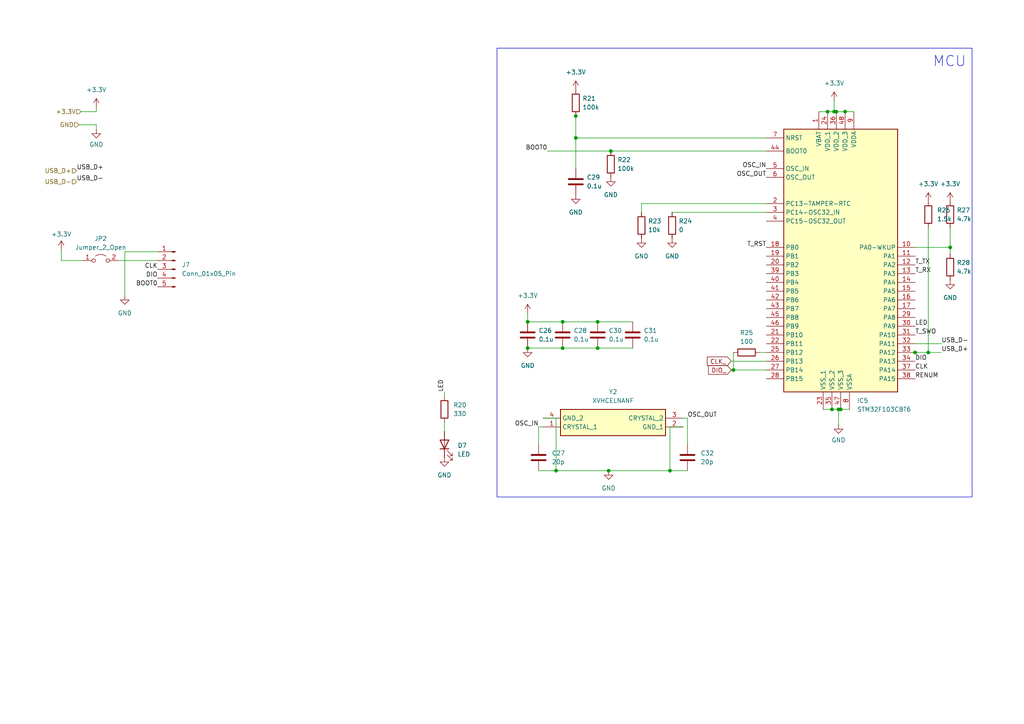
<source format=kicad_sch>
(kicad_sch (version 20230121) (generator eeschema)

  (uuid 7b9943b1-4558-4291-b744-a2a475f82276)

  (paper "A4")

  (lib_symbols
    (symbol "Connector:Conn_01x05_Pin" (pin_names (offset 1.016) hide) (in_bom yes) (on_board yes)
      (property "Reference" "J" (at 0 7.62 0)
        (effects (font (size 1.27 1.27)))
      )
      (property "Value" "Conn_01x05_Pin" (at 0 -7.62 0)
        (effects (font (size 1.27 1.27)))
      )
      (property "Footprint" "" (at 0 0 0)
        (effects (font (size 1.27 1.27)) hide)
      )
      (property "Datasheet" "~" (at 0 0 0)
        (effects (font (size 1.27 1.27)) hide)
      )
      (property "ki_locked" "" (at 0 0 0)
        (effects (font (size 1.27 1.27)))
      )
      (property "ki_keywords" "connector" (at 0 0 0)
        (effects (font (size 1.27 1.27)) hide)
      )
      (property "ki_description" "Generic connector, single row, 01x05, script generated" (at 0 0 0)
        (effects (font (size 1.27 1.27)) hide)
      )
      (property "ki_fp_filters" "Connector*:*_1x??_*" (at 0 0 0)
        (effects (font (size 1.27 1.27)) hide)
      )
      (symbol "Conn_01x05_Pin_1_1"
        (polyline
          (pts
            (xy 1.27 -5.08)
            (xy 0.8636 -5.08)
          )
          (stroke (width 0.1524) (type default))
          (fill (type none))
        )
        (polyline
          (pts
            (xy 1.27 -2.54)
            (xy 0.8636 -2.54)
          )
          (stroke (width 0.1524) (type default))
          (fill (type none))
        )
        (polyline
          (pts
            (xy 1.27 0)
            (xy 0.8636 0)
          )
          (stroke (width 0.1524) (type default))
          (fill (type none))
        )
        (polyline
          (pts
            (xy 1.27 2.54)
            (xy 0.8636 2.54)
          )
          (stroke (width 0.1524) (type default))
          (fill (type none))
        )
        (polyline
          (pts
            (xy 1.27 5.08)
            (xy 0.8636 5.08)
          )
          (stroke (width 0.1524) (type default))
          (fill (type none))
        )
        (rectangle (start 0.8636 -4.953) (end 0 -5.207)
          (stroke (width 0.1524) (type default))
          (fill (type outline))
        )
        (rectangle (start 0.8636 -2.413) (end 0 -2.667)
          (stroke (width 0.1524) (type default))
          (fill (type outline))
        )
        (rectangle (start 0.8636 0.127) (end 0 -0.127)
          (stroke (width 0.1524) (type default))
          (fill (type outline))
        )
        (rectangle (start 0.8636 2.667) (end 0 2.413)
          (stroke (width 0.1524) (type default))
          (fill (type outline))
        )
        (rectangle (start 0.8636 5.207) (end 0 4.953)
          (stroke (width 0.1524) (type default))
          (fill (type outline))
        )
        (pin passive line (at 5.08 5.08 180) (length 3.81)
          (name "Pin_1" (effects (font (size 1.27 1.27))))
          (number "1" (effects (font (size 1.27 1.27))))
        )
        (pin passive line (at 5.08 2.54 180) (length 3.81)
          (name "Pin_2" (effects (font (size 1.27 1.27))))
          (number "2" (effects (font (size 1.27 1.27))))
        )
        (pin passive line (at 5.08 0 180) (length 3.81)
          (name "Pin_3" (effects (font (size 1.27 1.27))))
          (number "3" (effects (font (size 1.27 1.27))))
        )
        (pin passive line (at 5.08 -2.54 180) (length 3.81)
          (name "Pin_4" (effects (font (size 1.27 1.27))))
          (number "4" (effects (font (size 1.27 1.27))))
        )
        (pin passive line (at 5.08 -5.08 180) (length 3.81)
          (name "Pin_5" (effects (font (size 1.27 1.27))))
          (number "5" (effects (font (size 1.27 1.27))))
        )
      )
    )
    (symbol "Device:C" (pin_numbers hide) (pin_names (offset 0.254)) (in_bom yes) (on_board yes)
      (property "Reference" "C" (at 0.635 2.54 0)
        (effects (font (size 1.27 1.27)) (justify left))
      )
      (property "Value" "C" (at 0.635 -2.54 0)
        (effects (font (size 1.27 1.27)) (justify left))
      )
      (property "Footprint" "" (at 0.9652 -3.81 0)
        (effects (font (size 1.27 1.27)) hide)
      )
      (property "Datasheet" "~" (at 0 0 0)
        (effects (font (size 1.27 1.27)) hide)
      )
      (property "ki_keywords" "cap capacitor" (at 0 0 0)
        (effects (font (size 1.27 1.27)) hide)
      )
      (property "ki_description" "Unpolarized capacitor" (at 0 0 0)
        (effects (font (size 1.27 1.27)) hide)
      )
      (property "ki_fp_filters" "C_*" (at 0 0 0)
        (effects (font (size 1.27 1.27)) hide)
      )
      (symbol "C_0_1"
        (polyline
          (pts
            (xy -2.032 -0.762)
            (xy 2.032 -0.762)
          )
          (stroke (width 0.508) (type default))
          (fill (type none))
        )
        (polyline
          (pts
            (xy -2.032 0.762)
            (xy 2.032 0.762)
          )
          (stroke (width 0.508) (type default))
          (fill (type none))
        )
      )
      (symbol "C_1_1"
        (pin passive line (at 0 3.81 270) (length 2.794)
          (name "~" (effects (font (size 1.27 1.27))))
          (number "1" (effects (font (size 1.27 1.27))))
        )
        (pin passive line (at 0 -3.81 90) (length 2.794)
          (name "~" (effects (font (size 1.27 1.27))))
          (number "2" (effects (font (size 1.27 1.27))))
        )
      )
    )
    (symbol "Device:LED" (pin_numbers hide) (pin_names (offset 1.016) hide) (in_bom yes) (on_board yes)
      (property "Reference" "D" (at 0 2.54 0)
        (effects (font (size 1.27 1.27)))
      )
      (property "Value" "LED" (at 0 -2.54 0)
        (effects (font (size 1.27 1.27)))
      )
      (property "Footprint" "" (at 0 0 0)
        (effects (font (size 1.27 1.27)) hide)
      )
      (property "Datasheet" "~" (at 0 0 0)
        (effects (font (size 1.27 1.27)) hide)
      )
      (property "ki_keywords" "LED diode" (at 0 0 0)
        (effects (font (size 1.27 1.27)) hide)
      )
      (property "ki_description" "Light emitting diode" (at 0 0 0)
        (effects (font (size 1.27 1.27)) hide)
      )
      (property "ki_fp_filters" "LED* LED_SMD:* LED_THT:*" (at 0 0 0)
        (effects (font (size 1.27 1.27)) hide)
      )
      (symbol "LED_0_1"
        (polyline
          (pts
            (xy -1.27 -1.27)
            (xy -1.27 1.27)
          )
          (stroke (width 0.254) (type default))
          (fill (type none))
        )
        (polyline
          (pts
            (xy -1.27 0)
            (xy 1.27 0)
          )
          (stroke (width 0) (type default))
          (fill (type none))
        )
        (polyline
          (pts
            (xy 1.27 -1.27)
            (xy 1.27 1.27)
            (xy -1.27 0)
            (xy 1.27 -1.27)
          )
          (stroke (width 0.254) (type default))
          (fill (type none))
        )
        (polyline
          (pts
            (xy -3.048 -0.762)
            (xy -4.572 -2.286)
            (xy -3.81 -2.286)
            (xy -4.572 -2.286)
            (xy -4.572 -1.524)
          )
          (stroke (width 0) (type default))
          (fill (type none))
        )
        (polyline
          (pts
            (xy -1.778 -0.762)
            (xy -3.302 -2.286)
            (xy -2.54 -2.286)
            (xy -3.302 -2.286)
            (xy -3.302 -1.524)
          )
          (stroke (width 0) (type default))
          (fill (type none))
        )
      )
      (symbol "LED_1_1"
        (pin passive line (at -3.81 0 0) (length 2.54)
          (name "K" (effects (font (size 1.27 1.27))))
          (number "1" (effects (font (size 1.27 1.27))))
        )
        (pin passive line (at 3.81 0 180) (length 2.54)
          (name "A" (effects (font (size 1.27 1.27))))
          (number "2" (effects (font (size 1.27 1.27))))
        )
      )
    )
    (symbol "Device:R" (pin_numbers hide) (pin_names (offset 0)) (in_bom yes) (on_board yes)
      (property "Reference" "R" (at 2.032 0 90)
        (effects (font (size 1.27 1.27)))
      )
      (property "Value" "R" (at 0 0 90)
        (effects (font (size 1.27 1.27)))
      )
      (property "Footprint" "" (at -1.778 0 90)
        (effects (font (size 1.27 1.27)) hide)
      )
      (property "Datasheet" "~" (at 0 0 0)
        (effects (font (size 1.27 1.27)) hide)
      )
      (property "ki_keywords" "R res resistor" (at 0 0 0)
        (effects (font (size 1.27 1.27)) hide)
      )
      (property "ki_description" "Resistor" (at 0 0 0)
        (effects (font (size 1.27 1.27)) hide)
      )
      (property "ki_fp_filters" "R_*" (at 0 0 0)
        (effects (font (size 1.27 1.27)) hide)
      )
      (symbol "R_0_1"
        (rectangle (start -1.016 -2.54) (end 1.016 2.54)
          (stroke (width 0.254) (type default))
          (fill (type none))
        )
      )
      (symbol "R_1_1"
        (pin passive line (at 0 3.81 270) (length 1.27)
          (name "~" (effects (font (size 1.27 1.27))))
          (number "1" (effects (font (size 1.27 1.27))))
        )
        (pin passive line (at 0 -3.81 90) (length 1.27)
          (name "~" (effects (font (size 1.27 1.27))))
          (number "2" (effects (font (size 1.27 1.27))))
        )
      )
    )
    (symbol "Jumper:Jumper_2_Open" (pin_names (offset 0) hide) (in_bom yes) (on_board yes)
      (property "Reference" "JP" (at 0 2.794 0)
        (effects (font (size 1.27 1.27)))
      )
      (property "Value" "Jumper_2_Open" (at 0 -2.286 0)
        (effects (font (size 1.27 1.27)))
      )
      (property "Footprint" "" (at 0 0 0)
        (effects (font (size 1.27 1.27)) hide)
      )
      (property "Datasheet" "~" (at 0 0 0)
        (effects (font (size 1.27 1.27)) hide)
      )
      (property "ki_keywords" "Jumper SPST" (at 0 0 0)
        (effects (font (size 1.27 1.27)) hide)
      )
      (property "ki_description" "Jumper, 2-pole, open" (at 0 0 0)
        (effects (font (size 1.27 1.27)) hide)
      )
      (property "ki_fp_filters" "Jumper* TestPoint*2Pads* TestPoint*Bridge*" (at 0 0 0)
        (effects (font (size 1.27 1.27)) hide)
      )
      (symbol "Jumper_2_Open_0_0"
        (circle (center -2.032 0) (radius 0.508)
          (stroke (width 0) (type default))
          (fill (type none))
        )
        (circle (center 2.032 0) (radius 0.508)
          (stroke (width 0) (type default))
          (fill (type none))
        )
      )
      (symbol "Jumper_2_Open_0_1"
        (arc (start 1.524 1.27) (mid 0 1.778) (end -1.524 1.27)
          (stroke (width 0) (type default))
          (fill (type none))
        )
      )
      (symbol "Jumper_2_Open_1_1"
        (pin passive line (at -5.08 0 0) (length 2.54)
          (name "A" (effects (font (size 1.27 1.27))))
          (number "1" (effects (font (size 1.27 1.27))))
        )
        (pin passive line (at 5.08 0 180) (length 2.54)
          (name "B" (effects (font (size 1.27 1.27))))
          (number "2" (effects (font (size 1.27 1.27))))
        )
      )
    )
    (symbol "my_library:STM32F103CBT6" (in_bom yes) (on_board yes)
      (property "Reference" "IC" (at 39.37 17.78 0)
        (effects (font (size 1.27 1.27)) (justify left top))
      )
      (property "Value" "STM32F103CBT6" (at 39.37 15.24 0)
        (effects (font (size 1.27 1.27)) (justify left top))
      )
      (property "Footprint" "QFP50P900X900X160-48N" (at 39.37 -84.76 0)
        (effects (font (size 1.27 1.27)) (justify left top) hide)
      )
      (property "Datasheet" "http://uk.rs-online.com/web/p/products/0402273P" (at 39.37 -184.76 0)
        (effects (font (size 1.27 1.27)) (justify left top) hide)
      )
      (property "Height" "1.6" (at 39.37 -384.76 0)
        (effects (font (size 1.27 1.27)) (justify left top) hide)
      )
      (property "RS Part Number" "0402273P" (at 39.37 -484.76 0)
        (effects (font (size 1.27 1.27)) (justify left top) hide)
      )
      (property "RS Price/Stock" "http://uk.rs-online.com/web/p/products/0402273P" (at 39.37 -584.76 0)
        (effects (font (size 1.27 1.27)) (justify left top) hide)
      )
      (property "Manufacturer_Name" "STMicroelectronics" (at 39.37 -684.76 0)
        (effects (font (size 1.27 1.27)) (justify left top) hide)
      )
      (property "Manufacturer_Part_Number" "STM32F103CBT6" (at 39.37 -784.76 0)
        (effects (font (size 1.27 1.27)) (justify left top) hide)
      )
      (property "Allied_Number" "70390995" (at 39.37 -884.76 0)
        (effects (font (size 1.27 1.27)) (justify left top) hide)
      )
      (property "ki_description" "STM32F103CBT6, 32 bit ARM Cortex M3 , 72MHz, 128 kB ROM , 20 kB RAM USB CAN I2C, 48 LQFP" (at 0 0 0)
        (effects (font (size 1.27 1.27)) hide)
      )
      (symbol "STM32F103CBT6_1_1"
        (rectangle (start 5.08 12.7) (end 38.1 -63.5)
          (stroke (width 0.254) (type default))
          (fill (type background))
        )
        (pin passive line (at 15.24 17.78 270) (length 5.08)
          (name "VBAT" (effects (font (size 1.27 1.27))))
          (number "1" (effects (font (size 1.27 1.27))))
        )
        (pin passive line (at 43.18 -21.59 180) (length 5.08)
          (name "PA0-WKUP" (effects (font (size 1.27 1.27))))
          (number "10" (effects (font (size 1.27 1.27))))
        )
        (pin passive line (at 43.18 -24.13 180) (length 5.08)
          (name "PA1" (effects (font (size 1.27 1.27))))
          (number "11" (effects (font (size 1.27 1.27))))
        )
        (pin passive line (at 43.18 -26.67 180) (length 5.08)
          (name "PA2" (effects (font (size 1.27 1.27))))
          (number "12" (effects (font (size 1.27 1.27))))
        )
        (pin passive line (at 43.18 -29.21 180) (length 5.08)
          (name "PA3" (effects (font (size 1.27 1.27))))
          (number "13" (effects (font (size 1.27 1.27))))
        )
        (pin passive line (at 43.18 -31.75 180) (length 5.08)
          (name "PA4" (effects (font (size 1.27 1.27))))
          (number "14" (effects (font (size 1.27 1.27))))
        )
        (pin passive line (at 43.18 -34.29 180) (length 5.08)
          (name "PA5" (effects (font (size 1.27 1.27))))
          (number "15" (effects (font (size 1.27 1.27))))
        )
        (pin passive line (at 43.18 -36.83 180) (length 5.08)
          (name "PA6" (effects (font (size 1.27 1.27))))
          (number "16" (effects (font (size 1.27 1.27))))
        )
        (pin passive line (at 43.18 -39.37 180) (length 5.08)
          (name "PA7" (effects (font (size 1.27 1.27))))
          (number "17" (effects (font (size 1.27 1.27))))
        )
        (pin passive line (at 0 -21.59 0) (length 5.08)
          (name "PB0" (effects (font (size 1.27 1.27))))
          (number "18" (effects (font (size 1.27 1.27))))
        )
        (pin passive line (at 0 -24.13 0) (length 5.08)
          (name "PB1" (effects (font (size 1.27 1.27))))
          (number "19" (effects (font (size 1.27 1.27))))
        )
        (pin passive line (at 0 -8.89 0) (length 5.08)
          (name "PC13-TAMPER-RTC" (effects (font (size 1.27 1.27))))
          (number "2" (effects (font (size 1.27 1.27))))
        )
        (pin passive line (at 0 -26.67 0) (length 5.08)
          (name "PB2" (effects (font (size 1.27 1.27))))
          (number "20" (effects (font (size 1.27 1.27))))
        )
        (pin passive line (at 0 -46.99 0) (length 5.08)
          (name "PB10" (effects (font (size 1.27 1.27))))
          (number "21" (effects (font (size 1.27 1.27))))
        )
        (pin passive line (at 0 -49.53 0) (length 5.08)
          (name "PB11" (effects (font (size 1.27 1.27))))
          (number "22" (effects (font (size 1.27 1.27))))
        )
        (pin passive line (at 16.51 -68.58 90) (length 5.08)
          (name "VSS_1" (effects (font (size 1.27 1.27))))
          (number "23" (effects (font (size 1.27 1.27))))
        )
        (pin passive line (at 17.78 17.78 270) (length 5.08)
          (name "VDD_1" (effects (font (size 1.27 1.27))))
          (number "24" (effects (font (size 1.27 1.27))))
        )
        (pin passive line (at 0 -52.07 0) (length 5.08)
          (name "PB12" (effects (font (size 1.27 1.27))))
          (number "25" (effects (font (size 1.27 1.27))))
        )
        (pin passive line (at 0 -54.61 0) (length 5.08)
          (name "PB13" (effects (font (size 1.27 1.27))))
          (number "26" (effects (font (size 1.27 1.27))))
        )
        (pin passive line (at 0 -57.15 0) (length 5.08)
          (name "PB14" (effects (font (size 1.27 1.27))))
          (number "27" (effects (font (size 1.27 1.27))))
        )
        (pin passive line (at 0 -59.69 0) (length 5.08)
          (name "PB15" (effects (font (size 1.27 1.27))))
          (number "28" (effects (font (size 1.27 1.27))))
        )
        (pin passive line (at 43.18 -41.91 180) (length 5.08)
          (name "PA8" (effects (font (size 1.27 1.27))))
          (number "29" (effects (font (size 1.27 1.27))))
        )
        (pin passive line (at 0 -11.43 0) (length 5.08)
          (name "PC14-OSC32_IN" (effects (font (size 1.27 1.27))))
          (number "3" (effects (font (size 1.27 1.27))))
        )
        (pin passive line (at 43.18 -44.45 180) (length 5.08)
          (name "PA9" (effects (font (size 1.27 1.27))))
          (number "30" (effects (font (size 1.27 1.27))))
        )
        (pin passive line (at 43.18 -46.99 180) (length 5.08)
          (name "PA10" (effects (font (size 1.27 1.27))))
          (number "31" (effects (font (size 1.27 1.27))))
        )
        (pin passive line (at 43.18 -49.53 180) (length 5.08)
          (name "PA11" (effects (font (size 1.27 1.27))))
          (number "32" (effects (font (size 1.27 1.27))))
        )
        (pin passive line (at 43.18 -52.07 180) (length 5.08)
          (name "PA12" (effects (font (size 1.27 1.27))))
          (number "33" (effects (font (size 1.27 1.27))))
        )
        (pin passive line (at 43.18 -54.61 180) (length 5.08)
          (name "PA13" (effects (font (size 1.27 1.27))))
          (number "34" (effects (font (size 1.27 1.27))))
        )
        (pin passive line (at 19.05 -68.58 90) (length 5.08)
          (name "VSS_2" (effects (font (size 1.27 1.27))))
          (number "35" (effects (font (size 1.27 1.27))))
        )
        (pin passive line (at 20.32 17.78 270) (length 5.08)
          (name "VDD_2" (effects (font (size 1.27 1.27))))
          (number "36" (effects (font (size 1.27 1.27))))
        )
        (pin passive line (at 43.18 -57.15 180) (length 5.08)
          (name "PA14" (effects (font (size 1.27 1.27))))
          (number "37" (effects (font (size 1.27 1.27))))
        )
        (pin passive line (at 43.18 -59.69 180) (length 5.08)
          (name "PA15" (effects (font (size 1.27 1.27))))
          (number "38" (effects (font (size 1.27 1.27))))
        )
        (pin passive line (at 0 -29.21 0) (length 5.08)
          (name "PB3" (effects (font (size 1.27 1.27))))
          (number "39" (effects (font (size 1.27 1.27))))
        )
        (pin passive line (at 0 -13.97 0) (length 5.08)
          (name "PC15-OSC32_OUT" (effects (font (size 1.27 1.27))))
          (number "4" (effects (font (size 1.27 1.27))))
        )
        (pin passive line (at 0 -31.75 0) (length 5.08)
          (name "PB4" (effects (font (size 1.27 1.27))))
          (number "40" (effects (font (size 1.27 1.27))))
        )
        (pin passive line (at 0 -34.29 0) (length 5.08)
          (name "PB5" (effects (font (size 1.27 1.27))))
          (number "41" (effects (font (size 1.27 1.27))))
        )
        (pin passive line (at 0 -36.83 0) (length 5.08)
          (name "PB6" (effects (font (size 1.27 1.27))))
          (number "42" (effects (font (size 1.27 1.27))))
        )
        (pin passive line (at 0 -39.37 0) (length 5.08)
          (name "PB7" (effects (font (size 1.27 1.27))))
          (number "43" (effects (font (size 1.27 1.27))))
        )
        (pin passive line (at 0 6.35 0) (length 5.08)
          (name "BOOT0" (effects (font (size 1.27 1.27))))
          (number "44" (effects (font (size 1.27 1.27))))
        )
        (pin passive line (at 0 -41.91 0) (length 5.08)
          (name "PB8" (effects (font (size 1.27 1.27))))
          (number "45" (effects (font (size 1.27 1.27))))
        )
        (pin passive line (at 0 -44.45 0) (length 5.08)
          (name "PB9" (effects (font (size 1.27 1.27))))
          (number "46" (effects (font (size 1.27 1.27))))
        )
        (pin passive line (at 21.59 -68.58 90) (length 5.08)
          (name "VSS_3" (effects (font (size 1.27 1.27))))
          (number "47" (effects (font (size 1.27 1.27))))
        )
        (pin passive line (at 22.86 17.78 270) (length 5.08)
          (name "VDD_3" (effects (font (size 1.27 1.27))))
          (number "48" (effects (font (size 1.27 1.27))))
        )
        (pin passive line (at 0 1.27 0) (length 5.08)
          (name "OSC_IN" (effects (font (size 1.27 1.27))))
          (number "5" (effects (font (size 1.27 1.27))))
        )
        (pin passive line (at 0 -1.27 0) (length 5.08)
          (name "OSC_OUT" (effects (font (size 1.27 1.27))))
          (number "6" (effects (font (size 1.27 1.27))))
        )
        (pin passive line (at 0 10.16 0) (length 5.08)
          (name "NRST" (effects (font (size 1.27 1.27))))
          (number "7" (effects (font (size 1.27 1.27))))
        )
        (pin passive line (at 24.13 -68.58 90) (length 5.08)
          (name "VSSA" (effects (font (size 1.27 1.27))))
          (number "8" (effects (font (size 1.27 1.27))))
        )
        (pin passive line (at 25.4 17.78 270) (length 5.08)
          (name "VDDA" (effects (font (size 1.27 1.27))))
          (number "9" (effects (font (size 1.27 1.27))))
        )
      )
    )
    (symbol "my_library:XVHCELNANF" (in_bom yes) (on_board yes)
      (property "Reference" "Y" (at 36.83 7.62 0)
        (effects (font (size 1.27 1.27)) (justify left top))
      )
      (property "Value" "XVHCELNANF" (at 36.83 5.08 0)
        (effects (font (size 1.27 1.27)) (justify left top))
      )
      (property "Footprint" "XVHCELNANF" (at 36.83 -94.92 0)
        (effects (font (size 1.27 1.27)) (justify left top) hide)
      )
      (property "Datasheet" "https://datasheet.lcsc.com/lcsc/1811052123_TAITIEN-Elec-XVHCELNANF-16MHZ_C242216.pdf" (at 36.83 -194.92 0)
        (effects (font (size 1.27 1.27)) (justify left top) hide)
      )
      (property "Height" "1" (at 36.83 -394.92 0)
        (effects (font (size 1.27 1.27)) (justify left top) hide)
      )
      (property "RS Part Number" "" (at 36.83 -494.92 0)
        (effects (font (size 1.27 1.27)) (justify left top) hide)
      )
      (property "RS Price/Stock" "" (at 36.83 -594.92 0)
        (effects (font (size 1.27 1.27)) (justify left top) hide)
      )
      (property "Manufacturer_Name" "TAITIEN" (at 36.83 -694.92 0)
        (effects (font (size 1.27 1.27)) (justify left top) hide)
      )
      (property "Manufacturer_Part_Number" "XVHCELNANF" (at 36.83 -794.92 0)
        (effects (font (size 1.27 1.27)) (justify left top) hide)
      )
      (property "ki_description" "5.0 x 3.2 mm SMD CRYSTAL" (at 0 0 0)
        (effects (font (size 1.27 1.27)) hide)
      )
      (symbol "XVHCELNANF_1_1"
        (rectangle (start 5.08 2.54) (end 35.56 -5.08)
          (stroke (width 0.254) (type default))
          (fill (type background))
        )
        (pin passive line (at 0 -2.54 0) (length 5.08)
          (name "CRYSTAL_1" (effects (font (size 1.27 1.27))))
          (number "1" (effects (font (size 1.27 1.27))))
        )
        (pin passive line (at 40.64 -2.54 180) (length 5.08)
          (name "GND_1" (effects (font (size 1.27 1.27))))
          (number "2" (effects (font (size 1.27 1.27))))
        )
        (pin passive line (at 40.64 0 180) (length 5.08)
          (name "CRYSTAL_2" (effects (font (size 1.27 1.27))))
          (number "3" (effects (font (size 1.27 1.27))))
        )
        (pin passive line (at 0 0 0) (length 5.08)
          (name "GND_2" (effects (font (size 1.27 1.27))))
          (number "4" (effects (font (size 1.27 1.27))))
        )
      )
    )
    (symbol "power:+3.3V" (power) (pin_names (offset 0)) (in_bom yes) (on_board yes)
      (property "Reference" "#PWR" (at 0 -3.81 0)
        (effects (font (size 1.27 1.27)) hide)
      )
      (property "Value" "+3.3V" (at 0 3.556 0)
        (effects (font (size 1.27 1.27)))
      )
      (property "Footprint" "" (at 0 0 0)
        (effects (font (size 1.27 1.27)) hide)
      )
      (property "Datasheet" "" (at 0 0 0)
        (effects (font (size 1.27 1.27)) hide)
      )
      (property "ki_keywords" "global power" (at 0 0 0)
        (effects (font (size 1.27 1.27)) hide)
      )
      (property "ki_description" "Power symbol creates a global label with name \"+3.3V\"" (at 0 0 0)
        (effects (font (size 1.27 1.27)) hide)
      )
      (symbol "+3.3V_0_1"
        (polyline
          (pts
            (xy -0.762 1.27)
            (xy 0 2.54)
          )
          (stroke (width 0) (type default))
          (fill (type none))
        )
        (polyline
          (pts
            (xy 0 0)
            (xy 0 2.54)
          )
          (stroke (width 0) (type default))
          (fill (type none))
        )
        (polyline
          (pts
            (xy 0 2.54)
            (xy 0.762 1.27)
          )
          (stroke (width 0) (type default))
          (fill (type none))
        )
      )
      (symbol "+3.3V_1_1"
        (pin power_in line (at 0 0 90) (length 0) hide
          (name "+3.3V" (effects (font (size 1.27 1.27))))
          (number "1" (effects (font (size 1.27 1.27))))
        )
      )
    )
    (symbol "power:GND" (power) (pin_names (offset 0)) (in_bom yes) (on_board yes)
      (property "Reference" "#PWR" (at 0 -6.35 0)
        (effects (font (size 1.27 1.27)) hide)
      )
      (property "Value" "GND" (at 0 -3.81 0)
        (effects (font (size 1.27 1.27)))
      )
      (property "Footprint" "" (at 0 0 0)
        (effects (font (size 1.27 1.27)) hide)
      )
      (property "Datasheet" "" (at 0 0 0)
        (effects (font (size 1.27 1.27)) hide)
      )
      (property "ki_keywords" "global power" (at 0 0 0)
        (effects (font (size 1.27 1.27)) hide)
      )
      (property "ki_description" "Power symbol creates a global label with name \"GND\" , ground" (at 0 0 0)
        (effects (font (size 1.27 1.27)) hide)
      )
      (symbol "GND_0_1"
        (polyline
          (pts
            (xy 0 0)
            (xy 0 -1.27)
            (xy 1.27 -1.27)
            (xy 0 -2.54)
            (xy -1.27 -1.27)
            (xy 0 -1.27)
          )
          (stroke (width 0) (type default))
          (fill (type none))
        )
      )
      (symbol "GND_1_1"
        (pin power_in line (at 0 0 270) (length 0) hide
          (name "GND" (effects (font (size 1.27 1.27))))
          (number "1" (effects (font (size 1.27 1.27))))
        )
      )
    )
  )

  (junction (at 194.31 136.525) (diameter 0) (color 0 0 0 0)
    (uuid 00a6e1ad-16a6-45cf-99bf-7acd0b22b3c0)
  )
  (junction (at 173.355 93.345) (diameter 0) (color 0 0 0 0)
    (uuid 018bb178-9565-49d2-8cd1-a42468ee6eaf)
  )
  (junction (at 265.43 102.235) (diameter 0) (color 0 0 0 0)
    (uuid 054eec34-24c6-451b-89f7-8df6d9679a81)
  )
  (junction (at 242.57 32.385) (diameter 0) (color 0 0 0 0)
    (uuid 057e266b-5bc9-4c49-ab88-e5cf4defc9d9)
  )
  (junction (at 163.195 93.345) (diameter 0) (color 0 0 0 0)
    (uuid 1311f917-a00b-457a-a016-cf61ba27e3b1)
  )
  (junction (at 161.29 136.525) (diameter 0) (color 0 0 0 0)
    (uuid 15785b2e-a064-4640-8fd2-4d6881464747)
  )
  (junction (at 241.3 118.745) (diameter 0) (color 0 0 0 0)
    (uuid 221993f1-6a09-4223-9b99-53786a0255a3)
  )
  (junction (at 243.205 118.745) (diameter 0) (color 0 0 0 0)
    (uuid 25ddfc1b-b4ec-4140-b272-6b959d58b7c9)
  )
  (junction (at 177.165 43.815) (diameter 0) (color 0 0 0 0)
    (uuid 2b712fcf-bce7-45f8-b936-13b587720f14)
  )
  (junction (at 275.59 71.755) (diameter 0) (color 0 0 0 0)
    (uuid 4480522d-27ae-4ed5-a194-0caba8a0b130)
  )
  (junction (at 167.005 33.655) (diameter 0) (color 0 0 0 0)
    (uuid 4aeaf702-a583-4d6f-823b-50c26e64c465)
  )
  (junction (at 241.935 32.385) (diameter 0) (color 0 0 0 0)
    (uuid 508b7b52-ca96-4d62-a3db-ec329c186104)
  )
  (junction (at 176.53 136.525) (diameter 0) (color 0 0 0 0)
    (uuid 59f710a2-5932-4031-802b-f5980d101b20)
  )
  (junction (at 163.195 100.965) (diameter 0) (color 0 0 0 0)
    (uuid 5d67fb61-897c-4ae4-896f-7d10567f3534)
  )
  (junction (at 153.035 100.965) (diameter 0) (color 0 0 0 0)
    (uuid 6786ed24-a77b-4a75-ac9a-3185fbd54e82)
  )
  (junction (at 243.84 118.745) (diameter 0) (color 0 0 0 0)
    (uuid 70a27847-1ea7-4aef-be81-cac7b8f337a2)
  )
  (junction (at 212.725 107.315) (diameter 0) (color 0 0 0 0)
    (uuid 80b6b37b-7f63-455a-a577-18b921b27a83)
  )
  (junction (at 240.03 32.385) (diameter 0) (color 0 0 0 0)
    (uuid 8581e0a5-de6c-4ab8-92f8-b115872f59d4)
  )
  (junction (at 269.24 102.235) (diameter 0) (color 0 0 0 0)
    (uuid 95ef26e8-0026-4368-841b-81adf3befc85)
  )
  (junction (at 173.355 100.965) (diameter 0) (color 0 0 0 0)
    (uuid c7617ae4-da9b-431a-847f-3c442e4cf190)
  )
  (junction (at 153.035 93.345) (diameter 0) (color 0 0 0 0)
    (uuid c85f224e-d3fa-408d-9705-cef189d37807)
  )
  (junction (at 167.005 40.005) (diameter 0) (color 0 0 0 0)
    (uuid da8f6688-1a84-43ac-b082-db33292a3ea0)
  )
  (junction (at 245.11 32.385) (diameter 0) (color 0 0 0 0)
    (uuid ecccd78b-05b9-4b0c-a2a7-629238859205)
  )

  (wire (pts (xy 265.43 71.755) (xy 275.59 71.755))
    (stroke (width 0) (type default))
    (uuid 01340ef4-524e-44fa-8f0b-7f39b0d3d70f)
  )
  (wire (pts (xy 238.76 118.745) (xy 241.3 118.745))
    (stroke (width 0) (type default))
    (uuid 0ebb9f72-ab05-4cfc-ba23-14892a04a8ea)
  )
  (wire (pts (xy 212.09 107.315) (xy 212.725 107.315))
    (stroke (width 0) (type default))
    (uuid 0f226fc0-7329-4fd9-8cd2-03b5d0bfe2b9)
  )
  (wire (pts (xy 156.21 136.525) (xy 161.29 136.525))
    (stroke (width 0) (type default))
    (uuid 0fdb2ea0-f2ff-4fc2-9942-69b8ee147a21)
  )
  (wire (pts (xy 167.005 33.655) (xy 167.005 40.005))
    (stroke (width 0) (type default))
    (uuid 0feb8e65-41ec-4395-b36d-1bcfde609419)
  )
  (wire (pts (xy 242.57 32.385) (xy 245.11 32.385))
    (stroke (width 0) (type default))
    (uuid 0ffa6d13-ab90-4a4d-99b6-f07f1609f171)
  )
  (wire (pts (xy 212.09 104.775) (xy 222.25 104.775))
    (stroke (width 0) (type default))
    (uuid 16a59c78-9970-4b84-8be2-a8fa5417718c)
  )
  (wire (pts (xy 212.725 107.315) (xy 222.25 107.315))
    (stroke (width 0) (type default))
    (uuid 1719369b-f3b0-4d51-8fac-4e90ccaa7d39)
  )
  (wire (pts (xy 269.24 66.04) (xy 269.24 102.235))
    (stroke (width 0) (type default))
    (uuid 17bd9ede-eea5-4dcf-9550-c8ebf51e2460)
  )
  (wire (pts (xy 177.165 43.815) (xy 222.25 43.815))
    (stroke (width 0) (type default))
    (uuid 17f8e8bf-b982-4a80-a6b7-86a0c626bcfb)
  )
  (wire (pts (xy 23.495 32.385) (xy 27.94 32.385))
    (stroke (width 0) (type default))
    (uuid 1bfa8552-9c1a-4c90-9041-b88ec7e2e66a)
  )
  (wire (pts (xy 173.355 100.965) (xy 183.515 100.965))
    (stroke (width 0) (type default))
    (uuid 21b7d552-3c9f-4b6e-9861-8d6564a90adf)
  )
  (wire (pts (xy 243.205 118.745) (xy 243.84 118.745))
    (stroke (width 0) (type default))
    (uuid 3123ea79-fa61-4c69-84c6-eff2ba93b5a6)
  )
  (wire (pts (xy 167.005 40.005) (xy 167.005 48.895))
    (stroke (width 0) (type default))
    (uuid 328eeed8-8f64-4b4c-a758-4c2988e498eb)
  )
  (wire (pts (xy 156.21 123.825) (xy 156.21 128.905))
    (stroke (width 0) (type default))
    (uuid 35d3fca4-eef3-4c80-b06b-a138a99a38cf)
  )
  (wire (pts (xy 241.935 29.21) (xy 241.935 32.385))
    (stroke (width 0) (type default))
    (uuid 365e281e-7f63-4b27-a2ae-dd9b9ae3d07c)
  )
  (wire (pts (xy 27.94 36.195) (xy 27.94 37.465))
    (stroke (width 0) (type default))
    (uuid 38b3efce-0fa2-4982-95b0-31fa69239b20)
  )
  (wire (pts (xy 240.03 32.385) (xy 241.935 32.385))
    (stroke (width 0) (type default))
    (uuid 4e635eb3-f9c1-4e62-a6ec-bf31014be90d)
  )
  (wire (pts (xy 153.035 90.805) (xy 153.035 93.345))
    (stroke (width 0) (type default))
    (uuid 529728fc-0adf-4cf8-b962-4be4b8dd0082)
  )
  (wire (pts (xy 153.035 100.965) (xy 163.195 100.965))
    (stroke (width 0) (type default))
    (uuid 5b8d3cb5-7ddc-413d-9e0f-3244e62ae5cd)
  )
  (wire (pts (xy 275.59 71.755) (xy 275.59 66.04))
    (stroke (width 0) (type default))
    (uuid 63b2592a-f753-48b1-ab1c-d7839e89fa43)
  )
  (wire (pts (xy 156.21 123.825) (xy 157.48 123.825))
    (stroke (width 0) (type default))
    (uuid 65027445-4181-482e-a994-1119a6ee0e9e)
  )
  (wire (pts (xy 158.75 43.815) (xy 177.165 43.815))
    (stroke (width 0) (type default))
    (uuid 67828f6b-b4f7-4e53-adff-2f5f5fab1a65)
  )
  (wire (pts (xy 243.205 118.745) (xy 243.205 123.19))
    (stroke (width 0) (type default))
    (uuid 6b95fc72-9945-474a-a7d6-653b43acfbe3)
  )
  (wire (pts (xy 275.59 71.755) (xy 275.59 73.66))
    (stroke (width 0) (type default))
    (uuid 6c2ef7ce-8606-4585-b091-7f082fdb6135)
  )
  (wire (pts (xy 194.31 123.825) (xy 194.31 136.525))
    (stroke (width 0) (type default))
    (uuid 73666992-427e-4284-a68e-3243afb2226b)
  )
  (wire (pts (xy 194.31 136.525) (xy 176.53 136.525))
    (stroke (width 0) (type default))
    (uuid 758e4773-cfbd-4ec8-8724-a1e31310ebd1)
  )
  (wire (pts (xy 237.49 32.385) (xy 240.03 32.385))
    (stroke (width 0) (type default))
    (uuid 79db46a9-d144-416c-b610-e6c54925c7d2)
  )
  (wire (pts (xy 173.355 93.345) (xy 183.515 93.345))
    (stroke (width 0) (type default))
    (uuid 7e3afaaa-31ee-4c73-92ed-ce54fb972e85)
  )
  (wire (pts (xy 265.43 102.235) (xy 269.24 102.235))
    (stroke (width 0) (type default))
    (uuid 7e4164d0-ed3b-4f59-b676-c1d73389f5c8)
  )
  (wire (pts (xy 161.29 136.525) (xy 176.53 136.525))
    (stroke (width 0) (type default))
    (uuid 7ff351e9-fb26-4e76-b7bd-7fd1fc5b310c)
  )
  (wire (pts (xy 245.11 32.385) (xy 247.65 32.385))
    (stroke (width 0) (type default))
    (uuid 810ce4a9-976a-4db9-b153-6f6f93811c44)
  )
  (wire (pts (xy 161.29 121.285) (xy 161.29 136.525))
    (stroke (width 0) (type default))
    (uuid 86bf2363-2f1b-481f-b50c-57b544c9ee23)
  )
  (wire (pts (xy 153.035 93.345) (xy 163.195 93.345))
    (stroke (width 0) (type default))
    (uuid 8837408c-d4ea-4bfe-b8be-567a40ca4bc5)
  )
  (wire (pts (xy 222.25 59.055) (xy 186.055 59.055))
    (stroke (width 0) (type default))
    (uuid 8a4b2a91-a199-4089-b3f0-94c4328176fd)
  )
  (wire (pts (xy 194.945 61.595) (xy 222.25 61.595))
    (stroke (width 0) (type default))
    (uuid 8a5d313c-964f-4490-86d4-ae8920486e1a)
  )
  (wire (pts (xy 128.905 113.665) (xy 128.905 114.935))
    (stroke (width 0) (type default))
    (uuid 8d00e668-b4bb-481e-a001-9399e62d8d5e)
  )
  (wire (pts (xy 241.3 118.745) (xy 243.205 118.745))
    (stroke (width 0) (type default))
    (uuid 8d4d0624-e28e-49fb-ac80-e6214f208160)
  )
  (wire (pts (xy 157.48 121.285) (xy 161.29 121.285))
    (stroke (width 0) (type default))
    (uuid 9073ff3a-c51d-456b-88bb-380093a5e287)
  )
  (wire (pts (xy 27.94 31.115) (xy 27.94 32.385))
    (stroke (width 0) (type default))
    (uuid 926cea4d-4434-4044-8218-35f5e939e8d0)
  )
  (wire (pts (xy 34.29 75.565) (xy 45.72 75.565))
    (stroke (width 0) (type default))
    (uuid 92a9a82d-4d2e-4747-ac27-852402d1d050)
  )
  (wire (pts (xy 199.39 121.285) (xy 199.39 128.905))
    (stroke (width 0) (type default))
    (uuid 95224b04-4ca8-4577-aaca-5875dc6908ce)
  )
  (wire (pts (xy 36.195 73.025) (xy 45.72 73.025))
    (stroke (width 0) (type default))
    (uuid a0ff3b6a-2b6c-4fbe-81fc-c041930daeb7)
  )
  (wire (pts (xy 269.24 102.235) (xy 273.05 102.235))
    (stroke (width 0) (type default))
    (uuid a9c40b1f-c6bb-415b-9ee4-74ff421ecffe)
  )
  (wire (pts (xy 163.195 93.345) (xy 173.355 93.345))
    (stroke (width 0) (type default))
    (uuid b173b1a0-ce00-4474-a21f-5b4e3c1830a8)
  )
  (wire (pts (xy 163.195 100.965) (xy 173.355 100.965))
    (stroke (width 0) (type default))
    (uuid b19333d4-60bf-4d97-9b92-a98d34879e93)
  )
  (wire (pts (xy 167.005 33.02) (xy 167.005 33.655))
    (stroke (width 0) (type default))
    (uuid b56882f9-6916-4e8e-8b3d-129524b10a65)
  )
  (wire (pts (xy 194.31 136.525) (xy 199.39 136.525))
    (stroke (width 0) (type default))
    (uuid b7d33b34-dd87-47ba-ba18-cc9c1f926803)
  )
  (wire (pts (xy 17.78 72.39) (xy 17.78 75.565))
    (stroke (width 0) (type default))
    (uuid be96e22f-3230-4b73-ac7d-8ba0e895d6b2)
  )
  (wire (pts (xy 36.195 85.725) (xy 36.195 73.025))
    (stroke (width 0) (type default))
    (uuid cbf678f2-f7e8-45af-a516-df297a00191f)
  )
  (wire (pts (xy 186.055 59.055) (xy 186.055 61.595))
    (stroke (width 0) (type default))
    (uuid ccd98658-08e0-4b5f-afed-6830bc759864)
  )
  (wire (pts (xy 198.12 123.825) (xy 194.31 123.825))
    (stroke (width 0) (type default))
    (uuid d041418f-851e-4046-b0ee-4691a3af25e7)
  )
  (wire (pts (xy 243.84 118.745) (xy 246.38 118.745))
    (stroke (width 0) (type default))
    (uuid d27bda6b-78b4-4d7c-87c6-04a159bc8dd9)
  )
  (wire (pts (xy 265.43 99.695) (xy 273.05 99.695))
    (stroke (width 0) (type default))
    (uuid d43797e3-7afb-40fa-af41-5577916148d4)
  )
  (wire (pts (xy 198.12 121.285) (xy 199.39 121.285))
    (stroke (width 0) (type default))
    (uuid d8754107-3673-4b0f-bd8d-94a2752fb046)
  )
  (wire (pts (xy 241.935 32.385) (xy 242.57 32.385))
    (stroke (width 0) (type default))
    (uuid da906369-2d18-4f6b-b0d7-6a5531a695c3)
  )
  (wire (pts (xy 128.905 122.555) (xy 128.905 125.095))
    (stroke (width 0) (type default))
    (uuid e24957d5-f8df-4299-9267-a0e2743e8cb2)
  )
  (wire (pts (xy 22.86 36.195) (xy 27.94 36.195))
    (stroke (width 0) (type default))
    (uuid e58756c7-2e35-44c2-a134-c502e4d0991e)
  )
  (wire (pts (xy 220.345 102.235) (xy 222.25 102.235))
    (stroke (width 0) (type default))
    (uuid e5edcdad-18ca-4689-95aa-cf134d0ad6f3)
  )
  (wire (pts (xy 17.78 75.565) (xy 24.13 75.565))
    (stroke (width 0) (type default))
    (uuid edbb581f-f0c7-48f6-b07a-91cab69dba7e)
  )
  (wire (pts (xy 264.795 102.235) (xy 265.43 102.235))
    (stroke (width 0) (type default))
    (uuid f36213dc-f61a-43d3-ab10-e462604adb35)
  )
  (wire (pts (xy 222.25 40.005) (xy 167.005 40.005))
    (stroke (width 0) (type default))
    (uuid f425f276-152e-432c-a85d-1602a85e1a85)
  )
  (wire (pts (xy 212.725 102.235) (xy 212.725 107.315))
    (stroke (width 0) (type default))
    (uuid fa6bf7c7-b8ae-4be0-a18f-0dfbfe832fd5)
  )

  (rectangle (start 144.145 13.97) (end 281.94 144.145)
    (stroke (width 0) (type default))
    (fill (type none))
    (uuid 60508285-a56d-4e78-bf61-7ef3d5485d70)
  )

  (text "MCU" (at 270.51 19.685 0)
    (effects (font (size 3 3)) (justify left bottom))
    (uuid d487f186-9a52-4c4a-8d0c-3b3a9676b4af)
  )

  (label "LED" (at 128.905 113.665 90) (fields_autoplaced)
    (effects (font (size 1.27 1.27)) (justify left bottom))
    (uuid 0a5818b2-c375-4b3c-a401-614a35c789ea)
  )
  (label "CLK" (at 265.43 107.315 0) (fields_autoplaced)
    (effects (font (size 1.27 1.27)) (justify left bottom))
    (uuid 117c655a-4403-49e5-918c-13425c8d1be4)
  )
  (label "OSC_OUT" (at 199.39 121.285 0) (fields_autoplaced)
    (effects (font (size 1.27 1.27)) (justify left bottom))
    (uuid 2e43de49-5ddc-44b8-8529-19392c63dedf)
  )
  (label "OSC_OUT" (at 222.25 51.435 180) (fields_autoplaced)
    (effects (font (size 1.27 1.27)) (justify right bottom))
    (uuid 42616b00-9654-4fb0-ae1c-11ac4086ee0d)
  )
  (label "OSC_IN" (at 222.25 48.895 180) (fields_autoplaced)
    (effects (font (size 1.27 1.27)) (justify right bottom))
    (uuid 6e151749-2371-44a1-87de-0ddb9c489c34)
  )
  (label "USB_D+" (at 273.05 102.235 0) (fields_autoplaced)
    (effects (font (size 1.27 1.27)) (justify left bottom))
    (uuid 6fb4ee36-81c3-4e67-962d-213fa7ea4427)
  )
  (label "T_RX" (at 265.43 79.375 0) (fields_autoplaced)
    (effects (font (size 1.27 1.27)) (justify left bottom))
    (uuid 756c36cb-454b-489e-a942-c62027516ba2)
  )
  (label "BOOT0" (at 158.75 43.815 180) (fields_autoplaced)
    (effects (font (size 1.27 1.27)) (justify right bottom))
    (uuid 758ba526-140e-446e-a705-ff576528c18c)
  )
  (label "DIO" (at 45.72 80.645 180) (fields_autoplaced)
    (effects (font (size 1.27 1.27)) (justify right bottom))
    (uuid 78e47185-bf0b-42d5-bdf6-696f6c846796)
  )
  (label "T_TX" (at 265.43 76.835 0) (fields_autoplaced)
    (effects (font (size 1.27 1.27)) (justify left bottom))
    (uuid 7c6e4161-b8f6-4adb-aabe-61d01a072047)
  )
  (label "BOOT0" (at 45.72 83.185 180) (fields_autoplaced)
    (effects (font (size 1.27 1.27)) (justify right bottom))
    (uuid 828e7e63-3768-4aae-88bb-e44fb429d1a8)
  )
  (label "DIO" (at 265.43 104.775 0) (fields_autoplaced)
    (effects (font (size 1.27 1.27)) (justify left bottom))
    (uuid 98cbdd27-a39a-4301-a141-f634b4df06f7)
  )
  (label "USB_D-" (at 273.05 99.695 0) (fields_autoplaced)
    (effects (font (size 1.27 1.27)) (justify left bottom))
    (uuid b2dc225a-2e8e-4db2-8147-4c73b5d444f2)
  )
  (label "RENUM" (at 265.43 109.855 0) (fields_autoplaced)
    (effects (font (size 1.27 1.27)) (justify left bottom))
    (uuid b891f322-d77b-45ec-b996-295f6821888f)
  )
  (label "T_RST" (at 222.25 71.755 180) (fields_autoplaced)
    (effects (font (size 1.27 1.27)) (justify right bottom))
    (uuid bbf4c7e0-9282-486d-b306-20032cdec68a)
  )
  (label "OSC_IN" (at 156.21 123.825 180) (fields_autoplaced)
    (effects (font (size 1.27 1.27)) (justify right bottom))
    (uuid bdc748ad-5f54-40f3-ac9d-10615fb08587)
  )
  (label "CLK" (at 45.72 78.105 180) (fields_autoplaced)
    (effects (font (size 1.27 1.27)) (justify right bottom))
    (uuid c1f24e6f-7626-4561-86f4-0ffbb3d96f5c)
  )
  (label "LED" (at 265.43 94.615 0) (fields_autoplaced)
    (effects (font (size 1.27 1.27)) (justify left bottom))
    (uuid db6d39ca-dfd6-43ea-b4e9-b634e0987c89)
  )
  (label "T_SWO" (at 265.43 97.155 0) (fields_autoplaced)
    (effects (font (size 1.27 1.27)) (justify left bottom))
    (uuid ed973020-6246-465c-a6b8-c6fe71fae516)
  )
  (label "USB_D+" (at 22.225 49.53 0) (fields_autoplaced)
    (effects (font (size 1.27 1.27)) (justify left bottom))
    (uuid f8741c34-3b09-4789-ad6d-5036c73db1f9)
  )
  (label "USB_D-" (at 22.225 52.705 0) (fields_autoplaced)
    (effects (font (size 1.27 1.27)) (justify left bottom))
    (uuid fb97c5d4-cf96-468f-9eed-ed87bff272e7)
  )

  (global_label "DIO_" (shape input) (at 212.09 107.315 180) (fields_autoplaced)
    (effects (font (size 1.27 1.27)) (justify right))
    (uuid 9b81ae79-b679-4a9c-ae6b-e22c8a0242c9)
    (property "Intersheetrefs" "${INTERSHEET_REFS}" (at 204.9319 107.315 0)
      (effects (font (size 1.27 1.27)) (justify right) hide)
    )
  )
  (global_label "CLK_" (shape input) (at 212.09 104.775 180) (fields_autoplaced)
    (effects (font (size 1.27 1.27)) (justify right))
    (uuid be0b151b-2abc-4805-9320-62ea89ec54b2)
    (property "Intersheetrefs" "${INTERSHEET_REFS}" (at 204.5691 104.775 0)
      (effects (font (size 1.27 1.27)) (justify right) hide)
    )
  )

  (hierarchical_label "USB_D+" (shape input) (at 22.225 49.53 180) (fields_autoplaced)
    (effects (font (size 1.27 1.27)) (justify right))
    (uuid 3b9597bc-eb5d-43ab-9461-c611fd8d0efd)
  )
  (hierarchical_label "USB_D-" (shape input) (at 22.225 52.705 180) (fields_autoplaced)
    (effects (font (size 1.27 1.27)) (justify right))
    (uuid 56b17d7e-5b96-49d7-8d83-f04002cbf96a)
  )
  (hierarchical_label "GND" (shape input) (at 22.86 36.195 180) (fields_autoplaced)
    (effects (font (size 1.27 1.27)) (justify right))
    (uuid cb32a9a4-3b51-49ea-acd1-16c764df8e77)
  )
  (hierarchical_label "+3.3V" (shape input) (at 23.495 32.385 180) (fields_autoplaced)
    (effects (font (size 1.27 1.27)) (justify right))
    (uuid d70853b9-acf9-49bb-8f0d-422e1cc84ed0)
  )

  (symbol (lib_id "Device:R") (at 269.24 62.23 0) (unit 1)
    (in_bom yes) (on_board yes) (dnp no) (fields_autoplaced)
    (uuid 0084cc88-cc93-458e-beb7-b8a202dbc107)
    (property "Reference" "R26" (at 271.78 60.96 0)
      (effects (font (size 1.27 1.27)) (justify left))
    )
    (property "Value" "1.5k" (at 271.78 63.5 0)
      (effects (font (size 1.27 1.27)) (justify left))
    )
    (property "Footprint" "Resistor_SMD:R_0603_1608Metric" (at 267.462 62.23 90)
      (effects (font (size 1.27 1.27)) hide)
    )
    (property "Datasheet" "~" (at 269.24 62.23 0)
      (effects (font (size 1.27 1.27)) hide)
    )
    (pin "1" (uuid ff7843e3-be80-42be-abad-277bec188d45))
    (pin "2" (uuid 2b0772af-4564-40d1-a666-17f12f4baf63))
    (instances
      (project "stm_main"
        (path "/5ed8de19-cc07-41df-939b-86c2ffb0e61f/47cb9c0f-e3e2-4731-80e9-51bab57b4cfe"
          (reference "R26") (unit 1)
        )
      )
    )
  )

  (symbol (lib_id "power:+3.3V") (at 275.59 58.42 0) (unit 1)
    (in_bom yes) (on_board yes) (dnp no)
    (uuid 01be3392-c902-4c87-bb71-0fbb5f69cd30)
    (property "Reference" "#PWR075" (at 275.59 62.23 0)
      (effects (font (size 1.27 1.27)) hide)
    )
    (property "Value" "+3.3V" (at 275.59 53.34 0)
      (effects (font (size 1.27 1.27)))
    )
    (property "Footprint" "" (at 275.59 58.42 0)
      (effects (font (size 1.27 1.27)) hide)
    )
    (property "Datasheet" "" (at 275.59 58.42 0)
      (effects (font (size 1.27 1.27)) hide)
    )
    (pin "1" (uuid 02483c63-97bb-4386-86ee-3a7d0c9bca8a))
    (instances
      (project "stm_main"
        (path "/5ed8de19-cc07-41df-939b-86c2ffb0e61f/47cb9c0f-e3e2-4731-80e9-51bab57b4cfe"
          (reference "#PWR075") (unit 1)
        )
      )
    )
  )

  (symbol (lib_id "power:+3.3V") (at 269.24 58.42 0) (unit 1)
    (in_bom yes) (on_board yes) (dnp no) (fields_autoplaced)
    (uuid 0201b433-41d9-47f0-af4b-4cf03697c0a9)
    (property "Reference" "#PWR074" (at 269.24 62.23 0)
      (effects (font (size 1.27 1.27)) hide)
    )
    (property "Value" "+3.3V" (at 269.24 53.34 0)
      (effects (font (size 1.27 1.27)))
    )
    (property "Footprint" "" (at 269.24 58.42 0)
      (effects (font (size 1.27 1.27)) hide)
    )
    (property "Datasheet" "" (at 269.24 58.42 0)
      (effects (font (size 1.27 1.27)) hide)
    )
    (pin "1" (uuid 0c3d815f-9ef4-4bd1-9331-bda910135696))
    (instances
      (project "stm_main"
        (path "/5ed8de19-cc07-41df-939b-86c2ffb0e61f/47cb9c0f-e3e2-4731-80e9-51bab57b4cfe"
          (reference "#PWR074") (unit 1)
        )
      )
    )
  )

  (symbol (lib_id "power:+3.3V") (at 167.005 26.035 0) (unit 1)
    (in_bom yes) (on_board yes) (dnp no) (fields_autoplaced)
    (uuid 139c3554-a269-4581-b6be-b1f6e5a5b7fb)
    (property "Reference" "#PWR066" (at 167.005 29.845 0)
      (effects (font (size 1.27 1.27)) hide)
    )
    (property "Value" "+3.3V" (at 167.005 20.955 0)
      (effects (font (size 1.27 1.27)))
    )
    (property "Footprint" "" (at 167.005 26.035 0)
      (effects (font (size 1.27 1.27)) hide)
    )
    (property "Datasheet" "" (at 167.005 26.035 0)
      (effects (font (size 1.27 1.27)) hide)
    )
    (pin "1" (uuid 92068bab-cb7f-45d1-b5e6-6fada07995a0))
    (instances
      (project "stm_main"
        (path "/5ed8de19-cc07-41df-939b-86c2ffb0e61f/47cb9c0f-e3e2-4731-80e9-51bab57b4cfe"
          (reference "#PWR066") (unit 1)
        )
      )
    )
  )

  (symbol (lib_id "power:GND") (at 176.53 136.525 0) (unit 1)
    (in_bom yes) (on_board yes) (dnp no) (fields_autoplaced)
    (uuid 18b1edca-443c-4201-b102-bfcd2eca20aa)
    (property "Reference" "#PWR068" (at 176.53 142.875 0)
      (effects (font (size 1.27 1.27)) hide)
    )
    (property "Value" "GND" (at 176.53 141.605 0)
      (effects (font (size 1.27 1.27)))
    )
    (property "Footprint" "" (at 176.53 136.525 0)
      (effects (font (size 1.27 1.27)) hide)
    )
    (property "Datasheet" "" (at 176.53 136.525 0)
      (effects (font (size 1.27 1.27)) hide)
    )
    (pin "1" (uuid 6f93661d-0621-42f0-8219-7cd5c1935597))
    (instances
      (project "stm_main"
        (path "/5ed8de19-cc07-41df-939b-86c2ffb0e61f/47cb9c0f-e3e2-4731-80e9-51bab57b4cfe"
          (reference "#PWR068") (unit 1)
        )
      )
    )
  )

  (symbol (lib_id "power:GND") (at 36.195 85.725 0) (unit 1)
    (in_bom yes) (on_board yes) (dnp no) (fields_autoplaced)
    (uuid 18fefafe-e324-4022-b8ba-25a9e1b2e888)
    (property "Reference" "#PWR062" (at 36.195 92.075 0)
      (effects (font (size 1.27 1.27)) hide)
    )
    (property "Value" "GND" (at 36.195 90.805 0)
      (effects (font (size 1.27 1.27)))
    )
    (property "Footprint" "" (at 36.195 85.725 0)
      (effects (font (size 1.27 1.27)) hide)
    )
    (property "Datasheet" "" (at 36.195 85.725 0)
      (effects (font (size 1.27 1.27)) hide)
    )
    (pin "1" (uuid 86c3b160-73c9-446a-b5a8-228d9c886402))
    (instances
      (project "stm_main"
        (path "/5ed8de19-cc07-41df-939b-86c2ffb0e61f/47cb9c0f-e3e2-4731-80e9-51bab57b4cfe"
          (reference "#PWR062") (unit 1)
        )
      )
    )
  )

  (symbol (lib_id "Device:C") (at 183.515 97.155 0) (unit 1)
    (in_bom yes) (on_board yes) (dnp no) (fields_autoplaced)
    (uuid 1c50c21f-dfa7-4706-883d-b2ed2d40b658)
    (property "Reference" "C31" (at 186.69 95.885 0)
      (effects (font (size 1.27 1.27)) (justify left))
    )
    (property "Value" "0.1u" (at 186.69 98.425 0)
      (effects (font (size 1.27 1.27)) (justify left))
    )
    (property "Footprint" "Capacitor_SMD:C_0603_1608Metric" (at 184.4802 100.965 0)
      (effects (font (size 1.27 1.27)) hide)
    )
    (property "Datasheet" "~" (at 183.515 97.155 0)
      (effects (font (size 1.27 1.27)) hide)
    )
    (pin "1" (uuid 5140904f-0f1b-4b53-92ed-bb6d747faa4a))
    (pin "2" (uuid f01f1fa5-fde4-4d75-84bc-96b19259ccdd))
    (instances
      (project "stm_main"
        (path "/5ed8de19-cc07-41df-939b-86c2ffb0e61f/47cb9c0f-e3e2-4731-80e9-51bab57b4cfe"
          (reference "C31") (unit 1)
        )
      )
    )
  )

  (symbol (lib_id "Device:C") (at 167.005 52.705 0) (unit 1)
    (in_bom yes) (on_board yes) (dnp no) (fields_autoplaced)
    (uuid 1d74ab11-3671-452c-9b94-372e10bb55e3)
    (property "Reference" "C29" (at 170.18 51.435 0)
      (effects (font (size 1.27 1.27)) (justify left))
    )
    (property "Value" "0.1u" (at 170.18 53.975 0)
      (effects (font (size 1.27 1.27)) (justify left))
    )
    (property "Footprint" "Capacitor_SMD:C_0603_1608Metric" (at 167.9702 56.515 0)
      (effects (font (size 1.27 1.27)) hide)
    )
    (property "Datasheet" "~" (at 167.005 52.705 0)
      (effects (font (size 1.27 1.27)) hide)
    )
    (pin "1" (uuid 806a603f-f0c7-4458-b57c-6676b8d5ce14))
    (pin "2" (uuid 60b5b785-8060-4bde-a91d-4d133168c1e7))
    (instances
      (project "stm_main"
        (path "/5ed8de19-cc07-41df-939b-86c2ffb0e61f/47cb9c0f-e3e2-4731-80e9-51bab57b4cfe"
          (reference "C29") (unit 1)
        )
      )
    )
  )

  (symbol (lib_id "power:+3.3V") (at 153.035 90.805 0) (unit 1)
    (in_bom yes) (on_board yes) (dnp no) (fields_autoplaced)
    (uuid 1f481f04-f8c5-44c0-85a1-8886be532838)
    (property "Reference" "#PWR064" (at 153.035 94.615 0)
      (effects (font (size 1.27 1.27)) hide)
    )
    (property "Value" "+3.3V" (at 153.035 85.725 0)
      (effects (font (size 1.27 1.27)))
    )
    (property "Footprint" "" (at 153.035 90.805 0)
      (effects (font (size 1.27 1.27)) hide)
    )
    (property "Datasheet" "" (at 153.035 90.805 0)
      (effects (font (size 1.27 1.27)) hide)
    )
    (pin "1" (uuid e3565649-1a30-4e0d-b35f-ea7deef7eb46))
    (instances
      (project "stm_main"
        (path "/5ed8de19-cc07-41df-939b-86c2ffb0e61f/47cb9c0f-e3e2-4731-80e9-51bab57b4cfe"
          (reference "#PWR064") (unit 1)
        )
      )
    )
  )

  (symbol (lib_id "Device:R") (at 177.165 47.625 0) (unit 1)
    (in_bom yes) (on_board yes) (dnp no) (fields_autoplaced)
    (uuid 28296b00-8767-46cd-86da-780d9460bbba)
    (property "Reference" "R22" (at 179.07 46.355 0)
      (effects (font (size 1.27 1.27)) (justify left))
    )
    (property "Value" "100k" (at 179.07 48.895 0)
      (effects (font (size 1.27 1.27)) (justify left))
    )
    (property "Footprint" "Resistor_SMD:R_0603_1608Metric" (at 175.387 47.625 90)
      (effects (font (size 1.27 1.27)) hide)
    )
    (property "Datasheet" "~" (at 177.165 47.625 0)
      (effects (font (size 1.27 1.27)) hide)
    )
    (pin "1" (uuid 56a0d92d-67f9-46da-a95e-df8a4f055706))
    (pin "2" (uuid 8aa93b1b-8acf-4a00-b114-6c8a1db5fc3d))
    (instances
      (project "stm_main"
        (path "/5ed8de19-cc07-41df-939b-86c2ffb0e61f/47cb9c0f-e3e2-4731-80e9-51bab57b4cfe"
          (reference "R22") (unit 1)
        )
      )
    )
  )

  (symbol (lib_id "Device:R") (at 216.535 102.235 90) (unit 1)
    (in_bom yes) (on_board yes) (dnp no) (fields_autoplaced)
    (uuid 3219cbc3-8a6c-4b68-91c0-f848b27a7b04)
    (property "Reference" "R25" (at 216.535 96.52 90)
      (effects (font (size 1.27 1.27)))
    )
    (property "Value" "100" (at 216.535 99.06 90)
      (effects (font (size 1.27 1.27)))
    )
    (property "Footprint" "Resistor_SMD:R_0603_1608Metric" (at 216.535 104.013 90)
      (effects (font (size 1.27 1.27)) hide)
    )
    (property "Datasheet" "~" (at 216.535 102.235 0)
      (effects (font (size 1.27 1.27)) hide)
    )
    (pin "1" (uuid 33afbef0-bb93-44ac-84d6-1d93e1f39819))
    (pin "2" (uuid 8accc958-b220-4d1b-b6cc-f40b5ac2bb42))
    (instances
      (project "stm_main"
        (path "/5ed8de19-cc07-41df-939b-86c2ffb0e61f/47cb9c0f-e3e2-4731-80e9-51bab57b4cfe"
          (reference "R25") (unit 1)
        )
      )
    )
  )

  (symbol (lib_id "power:GND") (at 243.205 123.19 0) (unit 1)
    (in_bom yes) (on_board yes) (dnp no) (fields_autoplaced)
    (uuid 39720da4-5b4b-4042-a78a-745c4ada04ff)
    (property "Reference" "#PWR073" (at 243.205 129.54 0)
      (effects (font (size 1.27 1.27)) hide)
    )
    (property "Value" "GND" (at 243.205 127.635 0)
      (effects (font (size 1.27 1.27)))
    )
    (property "Footprint" "" (at 243.205 123.19 0)
      (effects (font (size 1.27 1.27)) hide)
    )
    (property "Datasheet" "" (at 243.205 123.19 0)
      (effects (font (size 1.27 1.27)) hide)
    )
    (pin "1" (uuid 433b1c93-7b1f-46cf-a0f7-d7596270fc15))
    (instances
      (project "stm_main"
        (path "/5ed8de19-cc07-41df-939b-86c2ffb0e61f/47cb9c0f-e3e2-4731-80e9-51bab57b4cfe"
          (reference "#PWR073") (unit 1)
        )
      )
    )
  )

  (symbol (lib_id "my_library:STM32F103CBT6") (at 222.25 50.165 0) (unit 1)
    (in_bom yes) (on_board yes) (dnp no) (fields_autoplaced)
    (uuid 3b42e8a9-840a-466b-ad5a-c11199df202b)
    (property "Reference" "IC5" (at 248.5741 116.205 0)
      (effects (font (size 1.27 1.27)) (justify left))
    )
    (property "Value" "STM32F103CBT6" (at 248.5741 118.745 0)
      (effects (font (size 1.27 1.27)) (justify left))
    )
    (property "Footprint" "my_pretty:STM32F103CBT6" (at 261.62 134.925 0)
      (effects (font (size 1.27 1.27)) (justify left top) hide)
    )
    (property "Datasheet" "http://uk.rs-online.com/web/p/products/0402273P" (at 261.62 234.925 0)
      (effects (font (size 1.27 1.27)) (justify left top) hide)
    )
    (property "Height" "1.6" (at 261.62 434.925 0)
      (effects (font (size 1.27 1.27)) (justify left top) hide)
    )
    (property "RS Part Number" "0402273P" (at 261.62 534.925 0)
      (effects (font (size 1.27 1.27)) (justify left top) hide)
    )
    (property "RS Price/Stock" "http://uk.rs-online.com/web/p/products/0402273P" (at 261.62 634.925 0)
      (effects (font (size 1.27 1.27)) (justify left top) hide)
    )
    (property "Manufacturer_Name" "STMicroelectronics" (at 261.62 734.925 0)
      (effects (font (size 1.27 1.27)) (justify left top) hide)
    )
    (property "Manufacturer_Part_Number" "STM32F103CBT6" (at 261.62 834.925 0)
      (effects (font (size 1.27 1.27)) (justify left top) hide)
    )
    (property "Allied_Number" "70390995" (at 261.62 934.925 0)
      (effects (font (size 1.27 1.27)) (justify left top) hide)
    )
    (pin "1" (uuid 08f26b8d-1b7d-478e-80e2-0446e9ace192))
    (pin "10" (uuid 93360320-dc84-487d-9f3c-938ac76a0c23))
    (pin "11" (uuid 36709d36-72db-4a21-8163-4a174114ed60))
    (pin "12" (uuid 3ae0e33b-d1cb-4195-8e56-23c7810db439))
    (pin "13" (uuid 71ed42ea-bbad-4662-8b3f-7f9ea60c392f))
    (pin "14" (uuid 33d97744-6f84-4180-9950-edd02086916f))
    (pin "15" (uuid b56804de-311a-4e60-8afd-14b42452c539))
    (pin "16" (uuid eebbf553-57a0-4625-85a6-90ddc71dbb98))
    (pin "17" (uuid 426702ba-a862-45ac-b85b-27f521de7d64))
    (pin "18" (uuid 21580866-df28-441a-be3f-33495b2e025e))
    (pin "19" (uuid 6c3a06bf-535d-4d83-b6c5-a3f8a85f832b))
    (pin "2" (uuid a4b8e6b2-76af-4561-a4ad-60a4641d24ea))
    (pin "20" (uuid 36d0388b-674f-4973-b702-63034a307d54))
    (pin "21" (uuid b3366298-4c0d-42d1-9647-01762db5e101))
    (pin "22" (uuid cb80f36a-4411-4de0-95cf-6c9eaa09e401))
    (pin "23" (uuid ea01ad4f-c88e-4952-b815-c84530206ca0))
    (pin "24" (uuid b5ed2c8f-50a4-4b53-8346-03d89577acb3))
    (pin "25" (uuid cfe5d89a-68dd-42b4-a392-bc0731bc0953))
    (pin "26" (uuid 95f59bd7-4f1d-4f8f-b32b-492df887b1d5))
    (pin "27" (uuid a8409b17-2cf2-4b61-a68c-def7586fa187))
    (pin "28" (uuid 1e9d4bcd-57cf-4bb6-9d8a-a5937319355c))
    (pin "29" (uuid 6a72f1c7-88f9-4df9-b877-6fef2ec9f371))
    (pin "3" (uuid 3caece0f-cad0-48f5-920c-3f051a709cce))
    (pin "30" (uuid 5a5e3008-f0f1-485f-950c-781b9ed7af99))
    (pin "31" (uuid 441d648e-eb05-420c-99ac-cf9701667652))
    (pin "32" (uuid aab7ae3d-d527-460a-92b7-71aab2cd4ed8))
    (pin "33" (uuid 41d21999-9e63-41d5-9cea-a802644cbfe1))
    (pin "34" (uuid 45460f9b-68f3-4e49-86c5-2a36c224069a))
    (pin "35" (uuid e59129bc-2e94-40d3-9296-cfa15a6c7fec))
    (pin "36" (uuid 0df4aa99-b8e2-4994-9b21-f9bf2d1e2601))
    (pin "37" (uuid 97da2b8a-b82f-45f6-babc-fadccdb70b4e))
    (pin "38" (uuid a189c959-c59f-4de4-baec-d3d705325120))
    (pin "39" (uuid d3090c2d-206d-44d1-a5b6-33a1b2987a32))
    (pin "4" (uuid a2bd2826-1283-4224-8318-8c150b28c73b))
    (pin "40" (uuid bcbaa716-4869-41f5-9703-0cc8aeec258d))
    (pin "41" (uuid dd475c54-bc87-4f90-a62c-1ee3ef1c0e77))
    (pin "42" (uuid 3f1a66e5-27a3-41dc-a366-f6062b5a642a))
    (pin "43" (uuid adcfc600-4acf-4b61-bfbf-a78ae17a3b52))
    (pin "44" (uuid e41dd70e-d28e-42cb-ae5d-ec005a8e2936))
    (pin "45" (uuid 344868de-309a-48d7-aa1f-74c409791d83))
    (pin "46" (uuid b1212650-8903-420d-96df-ccc09c08f93f))
    (pin "47" (uuid 22c00dcd-50b4-412b-94dc-c472a6a9fac1))
    (pin "48" (uuid 5aa0373b-9ce7-4600-9dca-765648ae3f2a))
    (pin "5" (uuid 58bf6b4a-9dd8-436b-b60b-36ac039a3db8))
    (pin "6" (uuid f7689ba9-4c01-4996-b61b-b835131a248b))
    (pin "7" (uuid ce5382ae-2d8a-4863-844e-23b226c6b7ec))
    (pin "8" (uuid fa661275-18fd-4912-bb11-91c03bb53eaf))
    (pin "9" (uuid 7cfabe80-b2a9-4ad9-bec1-6ea01602025e))
    (instances
      (project "stm_main"
        (path "/5ed8de19-cc07-41df-939b-86c2ffb0e61f/47cb9c0f-e3e2-4731-80e9-51bab57b4cfe"
          (reference "IC5") (unit 1)
        )
      )
    )
  )

  (symbol (lib_id "Jumper:Jumper_2_Open") (at 29.21 75.565 0) (unit 1)
    (in_bom yes) (on_board yes) (dnp no) (fields_autoplaced)
    (uuid 3fbd6501-be17-4288-939a-1735b7932f01)
    (property "Reference" "JP2" (at 29.21 69.215 0)
      (effects (font (size 1.27 1.27)))
    )
    (property "Value" "Jumper_2_Open" (at 29.21 71.755 0)
      (effects (font (size 1.27 1.27)))
    )
    (property "Footprint" "Connector_PinHeader_2.54mm:PinHeader_1x02_P2.54mm_Vertical" (at 29.21 75.565 0)
      (effects (font (size 1.27 1.27)) hide)
    )
    (property "Datasheet" "~" (at 29.21 75.565 0)
      (effects (font (size 1.27 1.27)) hide)
    )
    (pin "1" (uuid a146a5b7-794b-430a-86f6-7d664196610b))
    (pin "2" (uuid f5623ff6-ef39-4b0c-a968-8ef09fb1c544))
    (instances
      (project "stm_main"
        (path "/5ed8de19-cc07-41df-939b-86c2ffb0e61f/47cb9c0f-e3e2-4731-80e9-51bab57b4cfe"
          (reference "JP2") (unit 1)
        )
      )
    )
  )

  (symbol (lib_id "Device:R") (at 275.59 77.47 0) (unit 1)
    (in_bom yes) (on_board yes) (dnp no) (fields_autoplaced)
    (uuid 44731c09-9463-403c-b93d-79a6e84db6f3)
    (property "Reference" "R28" (at 277.495 76.2 0)
      (effects (font (size 1.27 1.27)) (justify left))
    )
    (property "Value" "4.7k" (at 277.495 78.74 0)
      (effects (font (size 1.27 1.27)) (justify left))
    )
    (property "Footprint" "Resistor_SMD:R_0603_1608Metric" (at 273.812 77.47 90)
      (effects (font (size 1.27 1.27)) hide)
    )
    (property "Datasheet" "~" (at 275.59 77.47 0)
      (effects (font (size 1.27 1.27)) hide)
    )
    (pin "1" (uuid 8d35f39b-473d-4a14-b604-0d7324422409))
    (pin "2" (uuid 3b53ad35-397e-4cad-beca-b93ef8bceb28))
    (instances
      (project "stm_main"
        (path "/5ed8de19-cc07-41df-939b-86c2ffb0e61f/47cb9c0f-e3e2-4731-80e9-51bab57b4cfe"
          (reference "R28") (unit 1)
        )
      )
    )
  )

  (symbol (lib_id "Device:C") (at 156.21 132.715 0) (unit 1)
    (in_bom yes) (on_board yes) (dnp no) (fields_autoplaced)
    (uuid 4d2d61b4-a3e0-464c-83d3-0d761a7a76f7)
    (property "Reference" "C27" (at 160.02 131.445 0)
      (effects (font (size 1.27 1.27)) (justify left))
    )
    (property "Value" "20p" (at 160.02 133.985 0)
      (effects (font (size 1.27 1.27)) (justify left))
    )
    (property "Footprint" "Capacitor_SMD:C_0603_1608Metric" (at 157.1752 136.525 0)
      (effects (font (size 1.27 1.27)) hide)
    )
    (property "Datasheet" "~" (at 156.21 132.715 0)
      (effects (font (size 1.27 1.27)) hide)
    )
    (pin "1" (uuid 399e0b59-2e49-474f-9520-b03054a43e92))
    (pin "2" (uuid 603022ea-6f7f-4811-beba-52bb0a253e1d))
    (instances
      (project "stm_main"
        (path "/5ed8de19-cc07-41df-939b-86c2ffb0e61f/47cb9c0f-e3e2-4731-80e9-51bab57b4cfe"
          (reference "C27") (unit 1)
        )
      )
    )
  )

  (symbol (lib_id "Device:R") (at 186.055 65.405 0) (unit 1)
    (in_bom yes) (on_board yes) (dnp no) (fields_autoplaced)
    (uuid 658cbcf4-3f9f-4155-81d8-9f9fbafbacec)
    (property "Reference" "R23" (at 187.96 64.135 0)
      (effects (font (size 1.27 1.27)) (justify left))
    )
    (property "Value" "10k" (at 187.96 66.675 0)
      (effects (font (size 1.27 1.27)) (justify left))
    )
    (property "Footprint" "Resistor_SMD:R_0603_1608Metric" (at 184.277 65.405 90)
      (effects (font (size 1.27 1.27)) hide)
    )
    (property "Datasheet" "~" (at 186.055 65.405 0)
      (effects (font (size 1.27 1.27)) hide)
    )
    (pin "1" (uuid 8cb3ccee-cf64-4e4e-b57b-7c822839c0f6))
    (pin "2" (uuid 523339c2-0170-4ef8-b65c-1a695e2b3500))
    (instances
      (project "stm_main"
        (path "/5ed8de19-cc07-41df-939b-86c2ffb0e61f/47cb9c0f-e3e2-4731-80e9-51bab57b4cfe"
          (reference "R23") (unit 1)
        )
      )
    )
  )

  (symbol (lib_id "power:GND") (at 128.905 132.715 0) (unit 1)
    (in_bom yes) (on_board yes) (dnp no) (fields_autoplaced)
    (uuid 682f2eb3-4a44-4677-bd7a-77d736a1a16f)
    (property "Reference" "#PWR063" (at 128.905 139.065 0)
      (effects (font (size 1.27 1.27)) hide)
    )
    (property "Value" "GND" (at 128.905 137.795 0)
      (effects (font (size 1.27 1.27)))
    )
    (property "Footprint" "" (at 128.905 132.715 0)
      (effects (font (size 1.27 1.27)) hide)
    )
    (property "Datasheet" "" (at 128.905 132.715 0)
      (effects (font (size 1.27 1.27)) hide)
    )
    (pin "1" (uuid ed207d5b-88b5-41f2-a59a-47d10decf909))
    (instances
      (project "stm_main"
        (path "/5ed8de19-cc07-41df-939b-86c2ffb0e61f/47cb9c0f-e3e2-4731-80e9-51bab57b4cfe"
          (reference "#PWR063") (unit 1)
        )
      )
    )
  )

  (symbol (lib_id "Device:R") (at 275.59 62.23 0) (unit 1)
    (in_bom yes) (on_board yes) (dnp no) (fields_autoplaced)
    (uuid 6e0084ed-a19b-4b36-ad05-274ddc56dca5)
    (property "Reference" "R27" (at 277.495 60.96 0)
      (effects (font (size 1.27 1.27)) (justify left))
    )
    (property "Value" "4.7k" (at 277.495 63.5 0)
      (effects (font (size 1.27 1.27)) (justify left))
    )
    (property "Footprint" "Resistor_SMD:R_0603_1608Metric" (at 273.812 62.23 90)
      (effects (font (size 1.27 1.27)) hide)
    )
    (property "Datasheet" "~" (at 275.59 62.23 0)
      (effects (font (size 1.27 1.27)) hide)
    )
    (pin "1" (uuid f358d02b-75cc-4371-b145-cb751dea14ea))
    (pin "2" (uuid 3baa871c-43a5-49cc-9a3e-70cdb352fff3))
    (instances
      (project "stm_main"
        (path "/5ed8de19-cc07-41df-939b-86c2ffb0e61f/47cb9c0f-e3e2-4731-80e9-51bab57b4cfe"
          (reference "R27") (unit 1)
        )
      )
    )
  )

  (symbol (lib_id "power:+3.3V") (at 27.94 31.115 0) (unit 1)
    (in_bom yes) (on_board yes) (dnp no) (fields_autoplaced)
    (uuid 6f161885-3136-493c-b8c5-869ed303d1f8)
    (property "Reference" "#PWR060" (at 27.94 34.925 0)
      (effects (font (size 1.27 1.27)) hide)
    )
    (property "Value" "+3.3V" (at 27.94 26.035 0)
      (effects (font (size 1.27 1.27)))
    )
    (property "Footprint" "" (at 27.94 31.115 0)
      (effects (font (size 1.27 1.27)) hide)
    )
    (property "Datasheet" "" (at 27.94 31.115 0)
      (effects (font (size 1.27 1.27)) hide)
    )
    (pin "1" (uuid 9ac47348-9627-46cd-9d03-222a507afc65))
    (instances
      (project "stm_main"
        (path "/5ed8de19-cc07-41df-939b-86c2ffb0e61f/47cb9c0f-e3e2-4731-80e9-51bab57b4cfe"
          (reference "#PWR060") (unit 1)
        )
      )
    )
  )

  (symbol (lib_id "Device:C") (at 199.39 132.715 0) (unit 1)
    (in_bom yes) (on_board yes) (dnp no) (fields_autoplaced)
    (uuid 72e70083-8be8-474f-bd80-4c3a0af99ffd)
    (property "Reference" "C32" (at 203.2 131.445 0)
      (effects (font (size 1.27 1.27)) (justify left))
    )
    (property "Value" "20p" (at 203.2 133.985 0)
      (effects (font (size 1.27 1.27)) (justify left))
    )
    (property "Footprint" "Capacitor_SMD:C_0603_1608Metric" (at 200.3552 136.525 0)
      (effects (font (size 1.27 1.27)) hide)
    )
    (property "Datasheet" "~" (at 199.39 132.715 0)
      (effects (font (size 1.27 1.27)) hide)
    )
    (pin "1" (uuid 2a515dc8-09c9-47c6-ac0d-a638911efd7e))
    (pin "2" (uuid 36b18781-7e9a-4901-b6d6-a4abf0226c48))
    (instances
      (project "stm_main"
        (path "/5ed8de19-cc07-41df-939b-86c2ffb0e61f/47cb9c0f-e3e2-4731-80e9-51bab57b4cfe"
          (reference "C32") (unit 1)
        )
      )
    )
  )

  (symbol (lib_id "power:GND") (at 194.945 69.215 0) (unit 1)
    (in_bom yes) (on_board yes) (dnp no) (fields_autoplaced)
    (uuid 7438c2c4-e94d-4a86-8944-8e93e771d9c9)
    (property "Reference" "#PWR071" (at 194.945 75.565 0)
      (effects (font (size 1.27 1.27)) hide)
    )
    (property "Value" "GND" (at 194.945 74.295 0)
      (effects (font (size 1.27 1.27)))
    )
    (property "Footprint" "" (at 194.945 69.215 0)
      (effects (font (size 1.27 1.27)) hide)
    )
    (property "Datasheet" "" (at 194.945 69.215 0)
      (effects (font (size 1.27 1.27)) hide)
    )
    (pin "1" (uuid f6ab4f0e-c753-4e44-b378-f04c1b782906))
    (instances
      (project "stm_main"
        (path "/5ed8de19-cc07-41df-939b-86c2ffb0e61f/47cb9c0f-e3e2-4731-80e9-51bab57b4cfe"
          (reference "#PWR071") (unit 1)
        )
      )
    )
  )

  (symbol (lib_id "Device:LED") (at 128.905 128.905 90) (unit 1)
    (in_bom yes) (on_board yes) (dnp no) (fields_autoplaced)
    (uuid 78ad3284-aa2c-4ba7-ba3d-4a3fd1fb96db)
    (property "Reference" "D7" (at 132.715 129.2225 90)
      (effects (font (size 1.27 1.27)) (justify right))
    )
    (property "Value" "LED" (at 132.715 131.7625 90)
      (effects (font (size 1.27 1.27)) (justify right))
    )
    (property "Footprint" "Diode_SMD:D_0603_1608Metric" (at 128.905 128.905 0)
      (effects (font (size 1.27 1.27)) hide)
    )
    (property "Datasheet" "~" (at 128.905 128.905 0)
      (effects (font (size 1.27 1.27)) hide)
    )
    (pin "1" (uuid b7109c6d-5f0e-4ffe-85dd-7c43f7039502))
    (pin "2" (uuid a6f02dc3-5458-4dbb-8328-748ea39ae98d))
    (instances
      (project "stm_main"
        (path "/5ed8de19-cc07-41df-939b-86c2ffb0e61f/47cb9c0f-e3e2-4731-80e9-51bab57b4cfe"
          (reference "D7") (unit 1)
        )
      )
    )
  )

  (symbol (lib_id "power:GND") (at 177.165 51.435 0) (unit 1)
    (in_bom yes) (on_board yes) (dnp no) (fields_autoplaced)
    (uuid 87b24cb1-f6fa-4d1c-a6d0-3962f4f7d550)
    (property "Reference" "#PWR069" (at 177.165 57.785 0)
      (effects (font (size 1.27 1.27)) hide)
    )
    (property "Value" "GND" (at 177.165 56.515 0)
      (effects (font (size 1.27 1.27)))
    )
    (property "Footprint" "" (at 177.165 51.435 0)
      (effects (font (size 1.27 1.27)) hide)
    )
    (property "Datasheet" "" (at 177.165 51.435 0)
      (effects (font (size 1.27 1.27)) hide)
    )
    (pin "1" (uuid becd4988-ea3f-4312-a5e1-0fcc341f2c5d))
    (instances
      (project "stm_main"
        (path "/5ed8de19-cc07-41df-939b-86c2ffb0e61f/47cb9c0f-e3e2-4731-80e9-51bab57b4cfe"
          (reference "#PWR069") (unit 1)
        )
      )
    )
  )

  (symbol (lib_id "my_library:XVHCELNANF") (at 157.48 121.285 0) (unit 1)
    (in_bom yes) (on_board yes) (dnp no) (fields_autoplaced)
    (uuid 92e426bf-0804-44a1-ae1e-cc05be97871e)
    (property "Reference" "Y2" (at 177.8 113.665 0)
      (effects (font (size 1.27 1.27)))
    )
    (property "Value" "XVHCELNANF" (at 177.8 116.205 0)
      (effects (font (size 1.27 1.27)))
    )
    (property "Footprint" "my_pretty:XVHCELNANF" (at 194.31 216.205 0)
      (effects (font (size 1.27 1.27)) (justify left top) hide)
    )
    (property "Datasheet" "https://datasheet.lcsc.com/lcsc/1811052123_TAITIEN-Elec-XVHCELNANF-16MHZ_C242216.pdf" (at 194.31 316.205 0)
      (effects (font (size 1.27 1.27)) (justify left top) hide)
    )
    (property "Height" "1" (at 194.31 516.205 0)
      (effects (font (size 1.27 1.27)) (justify left top) hide)
    )
    (property "RS Part Number" "" (at 194.31 616.205 0)
      (effects (font (size 1.27 1.27)) (justify left top) hide)
    )
    (property "RS Price/Stock" "" (at 194.31 716.205 0)
      (effects (font (size 1.27 1.27)) (justify left top) hide)
    )
    (property "Manufacturer_Name" "TAITIEN" (at 194.31 816.205 0)
      (effects (font (size 1.27 1.27)) (justify left top) hide)
    )
    (property "Manufacturer_Part_Number" "XVHCELNANF" (at 194.31 916.205 0)
      (effects (font (size 1.27 1.27)) (justify left top) hide)
    )
    (pin "1" (uuid 37ba260e-f75c-4413-b2e3-bc515a03b4cb))
    (pin "2" (uuid 65682f9e-b3c9-41ff-81ab-3d446108d8c3))
    (pin "3" (uuid 49db4048-7a0f-4b8e-bdec-822b746ba2e4))
    (pin "4" (uuid 4cebe14d-ceb8-4b79-ae6d-7311505bff54))
    (instances
      (project "stm_main"
        (path "/5ed8de19-cc07-41df-939b-86c2ffb0e61f/47cb9c0f-e3e2-4731-80e9-51bab57b4cfe"
          (reference "Y2") (unit 1)
        )
      )
    )
  )

  (symbol (lib_id "power:GND") (at 186.055 69.215 0) (unit 1)
    (in_bom yes) (on_board yes) (dnp no) (fields_autoplaced)
    (uuid 95e11ff8-a592-43ed-96a5-7c02694bc071)
    (property "Reference" "#PWR070" (at 186.055 75.565 0)
      (effects (font (size 1.27 1.27)) hide)
    )
    (property "Value" "GND" (at 186.055 74.295 0)
      (effects (font (size 1.27 1.27)))
    )
    (property "Footprint" "" (at 186.055 69.215 0)
      (effects (font (size 1.27 1.27)) hide)
    )
    (property "Datasheet" "" (at 186.055 69.215 0)
      (effects (font (size 1.27 1.27)) hide)
    )
    (pin "1" (uuid 5a5c4677-4234-4442-8f36-8e86c1b50189))
    (instances
      (project "stm_main"
        (path "/5ed8de19-cc07-41df-939b-86c2ffb0e61f/47cb9c0f-e3e2-4731-80e9-51bab57b4cfe"
          (reference "#PWR070") (unit 1)
        )
      )
    )
  )

  (symbol (lib_id "Device:C") (at 153.035 97.155 0) (unit 1)
    (in_bom yes) (on_board yes) (dnp no) (fields_autoplaced)
    (uuid a1b06437-4095-4376-a60f-4cb5cbda6a65)
    (property "Reference" "C26" (at 156.21 95.885 0)
      (effects (font (size 1.27 1.27)) (justify left))
    )
    (property "Value" "0.1u" (at 156.21 98.425 0)
      (effects (font (size 1.27 1.27)) (justify left))
    )
    (property "Footprint" "Capacitor_SMD:C_0603_1608Metric" (at 154.0002 100.965 0)
      (effects (font (size 1.27 1.27)) hide)
    )
    (property "Datasheet" "~" (at 153.035 97.155 0)
      (effects (font (size 1.27 1.27)) hide)
    )
    (pin "1" (uuid 1e03fa09-8548-4b98-967c-76b14c51076b))
    (pin "2" (uuid d3b6bbf3-a71c-484f-a0ca-912508572682))
    (instances
      (project "stm_main"
        (path "/5ed8de19-cc07-41df-939b-86c2ffb0e61f/47cb9c0f-e3e2-4731-80e9-51bab57b4cfe"
          (reference "C26") (unit 1)
        )
      )
    )
  )

  (symbol (lib_id "power:GND") (at 275.59 81.28 0) (unit 1)
    (in_bom yes) (on_board yes) (dnp no) (fields_autoplaced)
    (uuid a3c257f6-9a31-4f15-b592-a7632ca3fe21)
    (property "Reference" "#PWR076" (at 275.59 87.63 0)
      (effects (font (size 1.27 1.27)) hide)
    )
    (property "Value" "GND" (at 275.59 86.36 0)
      (effects (font (size 1.27 1.27)))
    )
    (property "Footprint" "" (at 275.59 81.28 0)
      (effects (font (size 1.27 1.27)) hide)
    )
    (property "Datasheet" "" (at 275.59 81.28 0)
      (effects (font (size 1.27 1.27)) hide)
    )
    (pin "1" (uuid cff06f41-55f8-4f7c-81f7-f035094f5aba))
    (instances
      (project "stm_main"
        (path "/5ed8de19-cc07-41df-939b-86c2ffb0e61f/47cb9c0f-e3e2-4731-80e9-51bab57b4cfe"
          (reference "#PWR076") (unit 1)
        )
      )
    )
  )

  (symbol (lib_id "Device:C") (at 163.195 97.155 0) (unit 1)
    (in_bom yes) (on_board yes) (dnp no) (fields_autoplaced)
    (uuid aa1c6f07-6dce-4e01-9516-8425dc2359c7)
    (property "Reference" "C28" (at 166.37 95.885 0)
      (effects (font (size 1.27 1.27)) (justify left))
    )
    (property "Value" "0.1u" (at 166.37 98.425 0)
      (effects (font (size 1.27 1.27)) (justify left))
    )
    (property "Footprint" "Capacitor_SMD:C_0603_1608Metric" (at 164.1602 100.965 0)
      (effects (font (size 1.27 1.27)) hide)
    )
    (property "Datasheet" "~" (at 163.195 97.155 0)
      (effects (font (size 1.27 1.27)) hide)
    )
    (pin "1" (uuid bde998da-9b26-4886-91c3-56b5c43e6c89))
    (pin "2" (uuid b2f8e9d6-99b2-48af-94f7-9d38f8e32457))
    (instances
      (project "stm_main"
        (path "/5ed8de19-cc07-41df-939b-86c2ffb0e61f/47cb9c0f-e3e2-4731-80e9-51bab57b4cfe"
          (reference "C28") (unit 1)
        )
      )
    )
  )

  (symbol (lib_id "power:+3.3V") (at 241.935 29.21 0) (unit 1)
    (in_bom yes) (on_board yes) (dnp no) (fields_autoplaced)
    (uuid c8588e3b-ece0-4bd7-bfe9-cd6c2bd1f18c)
    (property "Reference" "#PWR072" (at 241.935 33.02 0)
      (effects (font (size 1.27 1.27)) hide)
    )
    (property "Value" "+3.3V" (at 241.935 24.13 0)
      (effects (font (size 1.27 1.27)))
    )
    (property "Footprint" "" (at 241.935 29.21 0)
      (effects (font (size 1.27 1.27)) hide)
    )
    (property "Datasheet" "" (at 241.935 29.21 0)
      (effects (font (size 1.27 1.27)) hide)
    )
    (pin "1" (uuid f84a6465-4f88-4074-9e80-79d93509cd5e))
    (instances
      (project "stm_main"
        (path "/5ed8de19-cc07-41df-939b-86c2ffb0e61f/47cb9c0f-e3e2-4731-80e9-51bab57b4cfe"
          (reference "#PWR072") (unit 1)
        )
      )
    )
  )

  (symbol (lib_id "Device:R") (at 128.905 118.745 0) (unit 1)
    (in_bom yes) (on_board yes) (dnp no) (fields_autoplaced)
    (uuid c910321f-be5a-43f1-ab35-4ddc79e77954)
    (property "Reference" "R20" (at 131.445 117.475 0)
      (effects (font (size 1.27 1.27)) (justify left))
    )
    (property "Value" "330" (at 131.445 120.015 0)
      (effects (font (size 1.27 1.27)) (justify left))
    )
    (property "Footprint" "Resistor_SMD:R_0603_1608Metric" (at 127.127 118.745 90)
      (effects (font (size 1.27 1.27)) hide)
    )
    (property "Datasheet" "~" (at 128.905 118.745 0)
      (effects (font (size 1.27 1.27)) hide)
    )
    (pin "1" (uuid 47d884ae-5f47-453b-aadf-d7da775acfe2))
    (pin "2" (uuid 20f8c69c-1505-4540-bb0b-6c968cf6996f))
    (instances
      (project "stm_main"
        (path "/5ed8de19-cc07-41df-939b-86c2ffb0e61f/47cb9c0f-e3e2-4731-80e9-51bab57b4cfe"
          (reference "R20") (unit 1)
        )
      )
    )
  )

  (symbol (lib_id "power:GND") (at 153.035 100.965 0) (unit 1)
    (in_bom yes) (on_board yes) (dnp no) (fields_autoplaced)
    (uuid ca9a9efa-6297-44c9-b9d5-fdda8f2fb33c)
    (property "Reference" "#PWR065" (at 153.035 107.315 0)
      (effects (font (size 1.27 1.27)) hide)
    )
    (property "Value" "GND" (at 153.035 106.045 0)
      (effects (font (size 1.27 1.27)))
    )
    (property "Footprint" "" (at 153.035 100.965 0)
      (effects (font (size 1.27 1.27)) hide)
    )
    (property "Datasheet" "" (at 153.035 100.965 0)
      (effects (font (size 1.27 1.27)) hide)
    )
    (pin "1" (uuid e8cb52a6-6d24-496e-8114-6d2a7fd3529e))
    (instances
      (project "stm_main"
        (path "/5ed8de19-cc07-41df-939b-86c2ffb0e61f/47cb9c0f-e3e2-4731-80e9-51bab57b4cfe"
          (reference "#PWR065") (unit 1)
        )
      )
    )
  )

  (symbol (lib_id "Device:R") (at 194.945 65.405 0) (unit 1)
    (in_bom yes) (on_board yes) (dnp no) (fields_autoplaced)
    (uuid d41f3a7b-e0ef-4278-b60f-17fa3b4434bb)
    (property "Reference" "R24" (at 196.85 64.135 0)
      (effects (font (size 1.27 1.27)) (justify left))
    )
    (property "Value" "0" (at 196.85 66.675 0)
      (effects (font (size 1.27 1.27)) (justify left))
    )
    (property "Footprint" "Resistor_SMD:R_0603_1608Metric" (at 193.167 65.405 90)
      (effects (font (size 1.27 1.27)) hide)
    )
    (property "Datasheet" "~" (at 194.945 65.405 0)
      (effects (font (size 1.27 1.27)) hide)
    )
    (pin "1" (uuid 2e8363a4-b958-4284-b8c8-6adcbec78ef3))
    (pin "2" (uuid f4348f7e-cf15-45a0-ac94-b0ae951de246))
    (instances
      (project "stm_main"
        (path "/5ed8de19-cc07-41df-939b-86c2ffb0e61f/47cb9c0f-e3e2-4731-80e9-51bab57b4cfe"
          (reference "R24") (unit 1)
        )
      )
    )
  )

  (symbol (lib_id "Connector:Conn_01x05_Pin") (at 50.8 78.105 0) (mirror y) (unit 1)
    (in_bom yes) (on_board yes) (dnp no) (fields_autoplaced)
    (uuid de4d8c46-d6d7-4083-87ad-81e991c79fab)
    (property "Reference" "J7" (at 52.705 76.835 0)
      (effects (font (size 1.27 1.27)) (justify right))
    )
    (property "Value" "Conn_01x05_Pin" (at 52.705 79.375 0)
      (effects (font (size 1.27 1.27)) (justify right))
    )
    (property "Footprint" "Connector_PinHeader_2.54mm:PinHeader_1x05_P2.54mm_Vertical" (at 50.8 78.105 0)
      (effects (font (size 1.27 1.27)) hide)
    )
    (property "Datasheet" "~" (at 50.8 78.105 0)
      (effects (font (size 1.27 1.27)) hide)
    )
    (pin "1" (uuid 771a23f5-6e03-44f5-bda3-7a78f9f4d862))
    (pin "2" (uuid e94b0041-7708-4cd7-8399-b7419d4ae278))
    (pin "3" (uuid 71b2b8ae-618e-44ba-b693-da13c6893718))
    (pin "4" (uuid 28061963-af00-4237-9174-b83d38bb33c7))
    (pin "5" (uuid 420681bd-0c86-4bac-b3e3-1975a1d79e5f))
    (instances
      (project "stm_main"
        (path "/5ed8de19-cc07-41df-939b-86c2ffb0e61f/47cb9c0f-e3e2-4731-80e9-51bab57b4cfe"
          (reference "J7") (unit 1)
        )
      )
    )
  )

  (symbol (lib_id "Device:C") (at 173.355 97.155 0) (unit 1)
    (in_bom yes) (on_board yes) (dnp no) (fields_autoplaced)
    (uuid df11fe69-be55-4c9d-a8ac-1e33a603d49d)
    (property "Reference" "C30" (at 176.53 95.885 0)
      (effects (font (size 1.27 1.27)) (justify left))
    )
    (property "Value" "0.1u" (at 176.53 98.425 0)
      (effects (font (size 1.27 1.27)) (justify left))
    )
    (property "Footprint" "Capacitor_SMD:C_0603_1608Metric" (at 174.3202 100.965 0)
      (effects (font (size 1.27 1.27)) hide)
    )
    (property "Datasheet" "~" (at 173.355 97.155 0)
      (effects (font (size 1.27 1.27)) hide)
    )
    (pin "1" (uuid 83feb977-6e14-49a8-b40a-641e50be7c78))
    (pin "2" (uuid ad19f16f-6734-478a-b9ed-82c5a8dc3ea0))
    (instances
      (project "stm_main"
        (path "/5ed8de19-cc07-41df-939b-86c2ffb0e61f/47cb9c0f-e3e2-4731-80e9-51bab57b4cfe"
          (reference "C30") (unit 1)
        )
      )
    )
  )

  (symbol (lib_id "Device:R") (at 167.005 29.845 0) (unit 1)
    (in_bom yes) (on_board yes) (dnp no) (fields_autoplaced)
    (uuid e10f5659-5893-4b8e-849c-efcb3fc0773d)
    (property "Reference" "R21" (at 168.91 28.575 0)
      (effects (font (size 1.27 1.27)) (justify left))
    )
    (property "Value" "100k" (at 168.91 31.115 0)
      (effects (font (size 1.27 1.27)) (justify left))
    )
    (property "Footprint" "Resistor_SMD:R_0603_1608Metric" (at 165.227 29.845 90)
      (effects (font (size 1.27 1.27)) hide)
    )
    (property "Datasheet" "~" (at 167.005 29.845 0)
      (effects (font (size 1.27 1.27)) hide)
    )
    (pin "1" (uuid cf098987-1a37-4426-aca0-f2a723cd1b14))
    (pin "2" (uuid 5f0946c8-b206-47f2-a856-4df40253f93e))
    (instances
      (project "stm_main"
        (path "/5ed8de19-cc07-41df-939b-86c2ffb0e61f/47cb9c0f-e3e2-4731-80e9-51bab57b4cfe"
          (reference "R21") (unit 1)
        )
      )
    )
  )

  (symbol (lib_id "power:+3.3V") (at 17.78 72.39 0) (unit 1)
    (in_bom yes) (on_board yes) (dnp no) (fields_autoplaced)
    (uuid eeb59ad2-ae2e-4bb4-b47c-db24f3dd0903)
    (property "Reference" "#PWR059" (at 17.78 76.2 0)
      (effects (font (size 1.27 1.27)) hide)
    )
    (property "Value" "+3.3V" (at 17.78 67.945 0)
      (effects (font (size 1.27 1.27)))
    )
    (property "Footprint" "" (at 17.78 72.39 0)
      (effects (font (size 1.27 1.27)) hide)
    )
    (property "Datasheet" "" (at 17.78 72.39 0)
      (effects (font (size 1.27 1.27)) hide)
    )
    (pin "1" (uuid 163d2aca-46a2-4962-9c0f-2d9e12474062))
    (instances
      (project "stm_main"
        (path "/5ed8de19-cc07-41df-939b-86c2ffb0e61f/47cb9c0f-e3e2-4731-80e9-51bab57b4cfe"
          (reference "#PWR059") (unit 1)
        )
      )
    )
  )

  (symbol (lib_id "power:GND") (at 167.005 56.515 0) (unit 1)
    (in_bom yes) (on_board yes) (dnp no) (fields_autoplaced)
    (uuid fc7d4de0-b47f-4bd5-a270-87214771f7bb)
    (property "Reference" "#PWR067" (at 167.005 62.865 0)
      (effects (font (size 1.27 1.27)) hide)
    )
    (property "Value" "GND" (at 167.005 61.595 0)
      (effects (font (size 1.27 1.27)))
    )
    (property "Footprint" "" (at 167.005 56.515 0)
      (effects (font (size 1.27 1.27)) hide)
    )
    (property "Datasheet" "" (at 167.005 56.515 0)
      (effects (font (size 1.27 1.27)) hide)
    )
    (pin "1" (uuid 2751798b-01a4-4d32-b479-eb53a21e659e))
    (instances
      (project "stm_main"
        (path "/5ed8de19-cc07-41df-939b-86c2ffb0e61f/47cb9c0f-e3e2-4731-80e9-51bab57b4cfe"
          (reference "#PWR067") (unit 1)
        )
      )
    )
  )

  (symbol (lib_id "power:GND") (at 27.94 37.465 0) (unit 1)
    (in_bom yes) (on_board yes) (dnp no) (fields_autoplaced)
    (uuid fca62e4f-e8ed-485b-8311-3b50a55cdf59)
    (property "Reference" "#PWR061" (at 27.94 43.815 0)
      (effects (font (size 1.27 1.27)) hide)
    )
    (property "Value" "GND" (at 27.94 41.91 0)
      (effects (font (size 1.27 1.27)))
    )
    (property "Footprint" "" (at 27.94 37.465 0)
      (effects (font (size 1.27 1.27)) hide)
    )
    (property "Datasheet" "" (at 27.94 37.465 0)
      (effects (font (size 1.27 1.27)) hide)
    )
    (pin "1" (uuid 7e596e14-010e-4bd6-bcfc-053a5103ab1a))
    (instances
      (project "stm_main"
        (path "/5ed8de19-cc07-41df-939b-86c2ffb0e61f/47cb9c0f-e3e2-4731-80e9-51bab57b4cfe"
          (reference "#PWR061") (unit 1)
        )
      )
    )
  )
)

</source>
